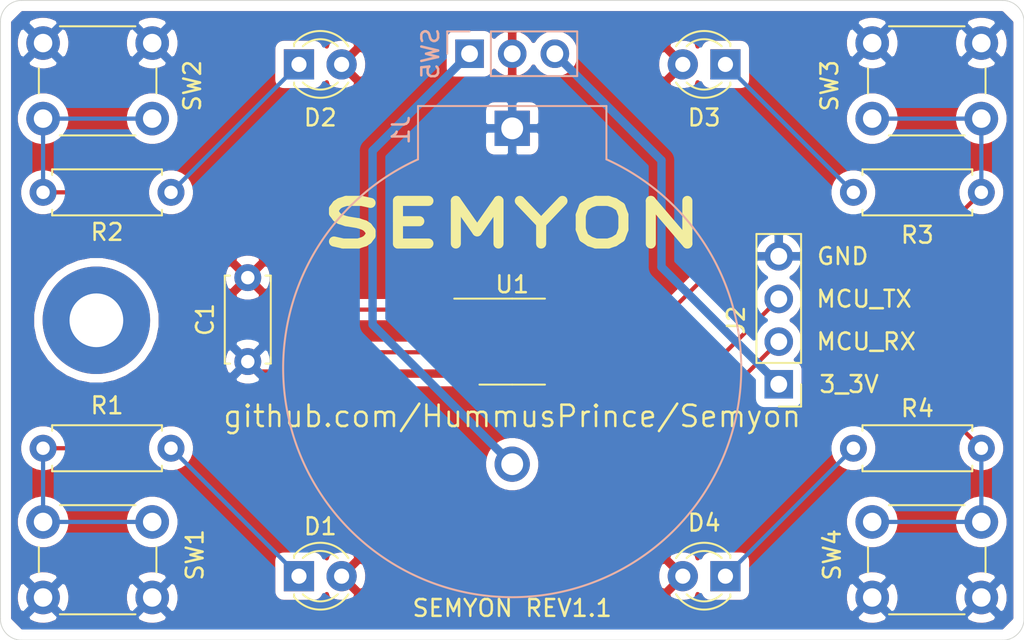
<source format=kicad_pcb>
(kicad_pcb (version 20171130) (host pcbnew 5.1.10)

  (general
    (thickness 1.6)
    (drawings 24)
    (tracks 55)
    (zones 0)
    (modules 18)
    (nets 15)
  )

  (page A4)
  (layers
    (0 F.Cu signal)
    (31 B.Cu signal)
    (32 B.Adhes user hide)
    (33 F.Adhes user hide)
    (34 B.Paste user hide)
    (35 F.Paste user hide)
    (36 B.SilkS user)
    (37 F.SilkS user)
    (38 B.Mask user hide)
    (39 F.Mask user hide)
    (40 Dwgs.User user hide)
    (41 Cmts.User user hide)
    (42 Eco1.User user hide)
    (43 Eco2.User user hide)
    (44 Edge.Cuts user)
    (45 Margin user hide)
    (46 B.CrtYd user hide)
    (47 F.CrtYd user hide)
    (48 B.Fab user hide)
    (49 F.Fab user hide)
  )

  (setup
    (last_trace_width 0.25)
    (trace_clearance 0.2)
    (zone_clearance 0.508)
    (zone_45_only no)
    (trace_min 0.2)
    (via_size 0.8)
    (via_drill 0.4)
    (via_min_size 0.4)
    (via_min_drill 0.3)
    (uvia_size 0.3)
    (uvia_drill 0.1)
    (uvias_allowed no)
    (uvia_min_size 0.2)
    (uvia_min_drill 0.1)
    (edge_width 0.05)
    (segment_width 0.2)
    (pcb_text_width 0.3)
    (pcb_text_size 1.5 1.5)
    (mod_edge_width 0.12)
    (mod_text_size 1 1)
    (mod_text_width 0.15)
    (pad_size 1.524 1.524)
    (pad_drill 0.762)
    (pad_to_mask_clearance 0)
    (aux_axis_origin 0 0)
    (visible_elements FFFDFF7F)
    (pcbplotparams
      (layerselection 0x010fc_ffffffff)
      (usegerberextensions false)
      (usegerberattributes true)
      (usegerberadvancedattributes true)
      (creategerberjobfile false)
      (excludeedgelayer true)
      (linewidth 0.100000)
      (plotframeref false)
      (viasonmask false)
      (mode 1)
      (useauxorigin false)
      (hpglpennumber 1)
      (hpglpenspeed 20)
      (hpglpendiameter 15.000000)
      (psnegative false)
      (psa4output false)
      (plotreference true)
      (plotvalue true)
      (plotinvisibletext false)
      (padsonsilk false)
      (subtractmaskfromsilk false)
      (outputformat 1)
      (mirror false)
      (drillshape 0)
      (scaleselection 1)
      (outputdirectory "grb/"))
  )

  (net 0 "")
  (net 1 "Net-(C1-Pad1)")
  (net 2 GND)
  (net 3 "Net-(D1-Pad1)")
  (net 4 "Net-(D2-Pad1)")
  (net 5 "Net-(D3-Pad1)")
  (net 6 "Net-(D4-Pad1)")
  (net 7 "Net-(J1-Pad2)")
  (net 8 "Net-(J2-Pad1)")
  (net 9 "Net-(J2-Pad2)")
  (net 10 "Net-(J2-Pad3)")
  (net 11 "Net-(R1-Pad2)")
  (net 12 "Net-(R2-Pad2)")
  (net 13 "Net-(R3-Pad2)")
  (net 14 "Net-(R4-Pad2)")

  (net_class Default "This is the default net class."
    (clearance 0.2)
    (trace_width 0.25)
    (via_dia 0.8)
    (via_drill 0.4)
    (uvia_dia 0.3)
    (uvia_drill 0.1)
    (add_net "Net-(D1-Pad1)")
    (add_net "Net-(D2-Pad1)")
    (add_net "Net-(D3-Pad1)")
    (add_net "Net-(D4-Pad1)")
    (add_net "Net-(J2-Pad2)")
    (add_net "Net-(J2-Pad3)")
    (add_net "Net-(R1-Pad2)")
    (add_net "Net-(R2-Pad2)")
    (add_net "Net-(R3-Pad2)")
    (add_net "Net-(R4-Pad2)")
  )

  (net_class Power ""
    (clearance 0.4)
    (trace_width 0.5)
    (via_dia 0.8)
    (via_drill 0.4)
    (uvia_dia 0.3)
    (uvia_drill 0.1)
    (add_net GND)
    (add_net "Net-(C1-Pad1)")
    (add_net "Net-(J1-Pad2)")
    (add_net "Net-(J2-Pad1)")
  )

  (module MountingHole:MountingHole_3.2mm_M3_Pad (layer F.Cu) (tedit 56D1B4CB) (tstamp 614655DA)
    (at 112.395 92.71)
    (descr "Mounting Hole 3.2mm, M3")
    (tags "mounting hole 3.2mm m3")
    (attr virtual)
    (fp_text reference REF** (at 0 -4.2) (layer F.SilkS) hide
      (effects (font (size 1 1) (thickness 0.15)))
    )
    (fp_text value MountingHole_3.2mm_M3_Pad (at 0 4.2) (layer F.Fab) hide
      (effects (font (size 1 1) (thickness 0.15)))
    )
    (fp_circle (center 0 0) (end 3.2 0) (layer Cmts.User) (width 0.15))
    (fp_circle (center 0 0) (end 3.45 0) (layer F.CrtYd) (width 0.05))
    (fp_text user %R (at 0.3 0) (layer F.Fab) hide
      (effects (font (size 1 1) (thickness 0.15)))
    )
    (pad 1 thru_hole circle (at 0 0) (size 6.4 6.4) (drill 3.2) (layers *.Cu *.Mask))
  )

  (module Battery:BatteryHolder_ComfortableElectronic_CH273-2450_1x2450 (layer B.Cu) (tedit 5CBC45F7) (tstamp 61B8FA27)
    (at 137.16 81.28 270)
    (descr "Comfortable Electronic CR2450 battery holder, http://www.comf.com.tw/ProductDetail.asp?no=148")
    (tags "Comfortable Electronic CR2450")
    (path /61285862)
    (fp_text reference J1 (at 0.1 6.62 270) (layer B.SilkS)
      (effects (font (size 1 1) (thickness 0.15)) (justify mirror))
    )
    (fp_text value "CR2032 Holder" (at 13.47 -2.54 270) (layer B.Fab)
      (effects (font (size 1 1) (thickness 0.15)) (justify mirror))
    )
    (fp_line (start -1.22 5.5) (end 1.95 5.5) (layer B.Fab) (width 0.1))
    (fp_line (start -1.22 -5.5) (end -1.22 5.5) (layer B.Fab) (width 0.1))
    (fp_line (start 1.95 -5.5) (end -1.22 -5.5) (layer B.Fab) (width 0.1))
    (fp_line (start -1.47 5.75) (end 1.77 5.75) (layer B.CrtYd) (width 0.05))
    (fp_line (start -1.47 -5.75) (end -1.47 5.75) (layer B.CrtYd) (width 0.05))
    (fp_line (start 1.77 -5.75) (end -1.47 -5.75) (layer B.CrtYd) (width 0.05))
    (fp_line (start -1.33 5.61) (end 1.845 5.61) (layer B.SilkS) (width 0.12))
    (fp_line (start -1.33 -5.61) (end -1.33 5.61) (layer B.SilkS) (width 0.12))
    (fp_line (start 1.845 -5.61) (end -1.33 -5.61) (layer B.SilkS) (width 0.12))
    (fp_arc (start 14.28 0) (end 1.77 5.75) (angle -310.6299215) (layer B.CrtYd) (width 0.05))
    (fp_arc (start 14.28 0) (end 1.845 5.61) (angle -311.4353527) (layer B.SilkS) (width 0.12))
    (fp_arc (start 14.28 0) (end 1.95 5.5) (angle -311.9199008) (layer B.Fab) (width 0.1))
    (fp_text user %R (at 14 0 270) (layer B.Fab)
      (effects (font (size 1 1) (thickness 0.1)) (justify mirror))
    )
    (pad 2 thru_hole circle (at 20 0) (size 2.1 2.1) (drill 1.3) (layers *.Cu *.Mask)
      (net 7 "Net-(J1-Pad2)"))
    (pad 1 thru_hole rect (at 0 0) (size 2.1 2.1) (drill 1.3) (layers *.Cu *.Mask)
      (net 2 GND))
    (model ${KISYS3DMOD}/Battery.3dshapes/BatteryHolder_ComfortableElectronic_CH273-2450_1x2450.wrl
      (at (xyz 0 0 0))
      (scale (xyz 1 1 1))
      (rotate (xyz 0 0 0))
    )
  )

  (module Capacitor_THT:C_Disc_D5.0mm_W2.5mm_P5.00mm (layer F.Cu) (tedit 5AE50EF0) (tstamp 6133DB78)
    (at 121.412 90.17 270)
    (descr "C, Disc series, Radial, pin pitch=5.00mm, , diameter*width=5*2.5mm^2, Capacitor, http://cdn-reichelt.de/documents/datenblatt/B300/DS_KERKO_TC.pdf")
    (tags "C Disc series Radial pin pitch 5.00mm  diameter 5mm width 2.5mm Capacitor")
    (path /61225A35)
    (fp_text reference C1 (at 2.5 2.54 90) (layer F.SilkS)
      (effects (font (size 1 1) (thickness 0.15)))
    )
    (fp_text value 1u (at 2.5 2.5 90) (layer F.Fab)
      (effects (font (size 1 1) (thickness 0.15)))
    )
    (fp_line (start 6.05 -1.5) (end -1.05 -1.5) (layer F.CrtYd) (width 0.05))
    (fp_line (start 6.05 1.5) (end 6.05 -1.5) (layer F.CrtYd) (width 0.05))
    (fp_line (start -1.05 1.5) (end 6.05 1.5) (layer F.CrtYd) (width 0.05))
    (fp_line (start -1.05 -1.5) (end -1.05 1.5) (layer F.CrtYd) (width 0.05))
    (fp_line (start 5.12 1.055) (end 5.12 1.37) (layer F.SilkS) (width 0.12))
    (fp_line (start 5.12 -1.37) (end 5.12 -1.055) (layer F.SilkS) (width 0.12))
    (fp_line (start -0.12 1.055) (end -0.12 1.37) (layer F.SilkS) (width 0.12))
    (fp_line (start -0.12 -1.37) (end -0.12 -1.055) (layer F.SilkS) (width 0.12))
    (fp_line (start -0.12 1.37) (end 5.12 1.37) (layer F.SilkS) (width 0.12))
    (fp_line (start -0.12 -1.37) (end 5.12 -1.37) (layer F.SilkS) (width 0.12))
    (fp_line (start 5 -1.25) (end 0 -1.25) (layer F.Fab) (width 0.1))
    (fp_line (start 5 1.25) (end 5 -1.25) (layer F.Fab) (width 0.1))
    (fp_line (start 0 1.25) (end 5 1.25) (layer F.Fab) (width 0.1))
    (fp_line (start 0 -1.25) (end 0 1.25) (layer F.Fab) (width 0.1))
    (fp_text user %R (at 2.5 0 90) (layer F.Fab)
      (effects (font (size 1 1) (thickness 0.15)))
    )
    (pad 1 thru_hole circle (at 0 0 270) (size 1.6 1.6) (drill 0.8) (layers *.Cu *.Mask)
      (net 1 "Net-(C1-Pad1)"))
    (pad 2 thru_hole circle (at 5 0 270) (size 1.6 1.6) (drill 0.8) (layers *.Cu *.Mask)
      (net 2 GND))
    (model ${KISYS3DMOD}/Capacitor_THT.3dshapes/C_Disc_D5.0mm_W2.5mm_P5.00mm.wrl
      (at (xyz 0 0 0))
      (scale (xyz 1 1 1))
      (rotate (xyz 0 0 0))
    )
  )

  (module LED_THT:LED_D3.0mm (layer F.Cu) (tedit 587A3A7B) (tstamp 612568A0)
    (at 124.46 107.95)
    (descr "LED, diameter 3.0mm, 2 pins")
    (tags "LED diameter 3.0mm 2 pins")
    (path /61221677)
    (fp_text reference D1 (at 1.27 -2.96) (layer F.SilkS)
      (effects (font (size 1 1) (thickness 0.15)))
    )
    (fp_text value RED (at 1.27 2.96) (layer F.Fab)
      (effects (font (size 1 1) (thickness 0.15)))
    )
    (fp_circle (center 1.27 0) (end 2.77 0) (layer F.Fab) (width 0.1))
    (fp_line (start -0.23 -1.16619) (end -0.23 1.16619) (layer F.Fab) (width 0.1))
    (fp_line (start -0.29 -1.236) (end -0.29 -1.08) (layer F.SilkS) (width 0.12))
    (fp_line (start -0.29 1.08) (end -0.29 1.236) (layer F.SilkS) (width 0.12))
    (fp_line (start -1.15 -2.25) (end -1.15 2.25) (layer F.CrtYd) (width 0.05))
    (fp_line (start -1.15 2.25) (end 3.7 2.25) (layer F.CrtYd) (width 0.05))
    (fp_line (start 3.7 2.25) (end 3.7 -2.25) (layer F.CrtYd) (width 0.05))
    (fp_line (start 3.7 -2.25) (end -1.15 -2.25) (layer F.CrtYd) (width 0.05))
    (fp_arc (start 1.27 0) (end 0.229039 1.08) (angle -87.9) (layer F.SilkS) (width 0.12))
    (fp_arc (start 1.27 0) (end 0.229039 -1.08) (angle 87.9) (layer F.SilkS) (width 0.12))
    (fp_arc (start 1.27 0) (end -0.29 1.235516) (angle -108.8) (layer F.SilkS) (width 0.12))
    (fp_arc (start 1.27 0) (end -0.29 -1.235516) (angle 108.8) (layer F.SilkS) (width 0.12))
    (fp_arc (start 1.27 0) (end -0.23 -1.16619) (angle 284.3) (layer F.Fab) (width 0.1))
    (pad 2 thru_hole circle (at 2.54 0) (size 1.8 1.8) (drill 0.9) (layers *.Cu *.Mask)
      (net 1 "Net-(C1-Pad1)"))
    (pad 1 thru_hole rect (at 0 0) (size 1.8 1.8) (drill 0.9) (layers *.Cu *.Mask)
      (net 3 "Net-(D1-Pad1)"))
    (model ${KISYS3DMOD}/LED_THT.3dshapes/LED_D3.0mm.wrl
      (at (xyz 0 0 0))
      (scale (xyz 1 1 1))
      (rotate (xyz 0 0 0))
    )
  )

  (module LED_THT:LED_D3.0mm (layer F.Cu) (tedit 587A3A7B) (tstamp 612568B3)
    (at 124.46 77.47)
    (descr "LED, diameter 3.0mm, 2 pins")
    (tags "LED diameter 3.0mm 2 pins")
    (path /612204AD)
    (fp_text reference D2 (at 1.27 3.175) (layer F.SilkS)
      (effects (font (size 1 1) (thickness 0.15)))
    )
    (fp_text value YELLOW (at 1.27 2.96) (layer F.Fab)
      (effects (font (size 1 1) (thickness 0.15)))
    )
    (fp_line (start 3.7 -2.25) (end -1.15 -2.25) (layer F.CrtYd) (width 0.05))
    (fp_line (start 3.7 2.25) (end 3.7 -2.25) (layer F.CrtYd) (width 0.05))
    (fp_line (start -1.15 2.25) (end 3.7 2.25) (layer F.CrtYd) (width 0.05))
    (fp_line (start -1.15 -2.25) (end -1.15 2.25) (layer F.CrtYd) (width 0.05))
    (fp_line (start -0.29 1.08) (end -0.29 1.236) (layer F.SilkS) (width 0.12))
    (fp_line (start -0.29 -1.236) (end -0.29 -1.08) (layer F.SilkS) (width 0.12))
    (fp_line (start -0.23 -1.16619) (end -0.23 1.16619) (layer F.Fab) (width 0.1))
    (fp_circle (center 1.27 0) (end 2.77 0) (layer F.Fab) (width 0.1))
    (fp_arc (start 1.27 0) (end -0.23 -1.16619) (angle 284.3) (layer F.Fab) (width 0.1))
    (fp_arc (start 1.27 0) (end -0.29 -1.235516) (angle 108.8) (layer F.SilkS) (width 0.12))
    (fp_arc (start 1.27 0) (end -0.29 1.235516) (angle -108.8) (layer F.SilkS) (width 0.12))
    (fp_arc (start 1.27 0) (end 0.229039 -1.08) (angle 87.9) (layer F.SilkS) (width 0.12))
    (fp_arc (start 1.27 0) (end 0.229039 1.08) (angle -87.9) (layer F.SilkS) (width 0.12))
    (pad 1 thru_hole rect (at 0 0) (size 1.8 1.8) (drill 0.9) (layers *.Cu *.Mask)
      (net 4 "Net-(D2-Pad1)"))
    (pad 2 thru_hole circle (at 2.54 0) (size 1.8 1.8) (drill 0.9) (layers *.Cu *.Mask)
      (net 1 "Net-(C1-Pad1)"))
    (model ${KISYS3DMOD}/LED_THT.3dshapes/LED_D3.0mm.wrl
      (at (xyz 0 0 0))
      (scale (xyz 1 1 1))
      (rotate (xyz 0 0 0))
    )
  )

  (module LED_THT:LED_D3.0mm (layer F.Cu) (tedit 587A3A7B) (tstamp 612568C6)
    (at 149.86 77.47 180)
    (descr "LED, diameter 3.0mm, 2 pins")
    (tags "LED diameter 3.0mm 2 pins")
    (path /6120F277)
    (fp_text reference D3 (at 1.27 -3.175) (layer F.SilkS)
      (effects (font (size 1 1) (thickness 0.15)))
    )
    (fp_text value BLUE (at 1.27 2.96) (layer F.Fab)
      (effects (font (size 1 1) (thickness 0.15)))
    )
    (fp_line (start 3.7 -2.25) (end -1.15 -2.25) (layer F.CrtYd) (width 0.05))
    (fp_line (start 3.7 2.25) (end 3.7 -2.25) (layer F.CrtYd) (width 0.05))
    (fp_line (start -1.15 2.25) (end 3.7 2.25) (layer F.CrtYd) (width 0.05))
    (fp_line (start -1.15 -2.25) (end -1.15 2.25) (layer F.CrtYd) (width 0.05))
    (fp_line (start -0.29 1.08) (end -0.29 1.236) (layer F.SilkS) (width 0.12))
    (fp_line (start -0.29 -1.236) (end -0.29 -1.08) (layer F.SilkS) (width 0.12))
    (fp_line (start -0.23 -1.16619) (end -0.23 1.16619) (layer F.Fab) (width 0.1))
    (fp_circle (center 1.27 0) (end 2.77 0) (layer F.Fab) (width 0.1))
    (fp_arc (start 1.27 0) (end -0.23 -1.16619) (angle 284.3) (layer F.Fab) (width 0.1))
    (fp_arc (start 1.27 0) (end -0.29 -1.235516) (angle 108.8) (layer F.SilkS) (width 0.12))
    (fp_arc (start 1.27 0) (end -0.29 1.235516) (angle -108.8) (layer F.SilkS) (width 0.12))
    (fp_arc (start 1.27 0) (end 0.229039 -1.08) (angle 87.9) (layer F.SilkS) (width 0.12))
    (fp_arc (start 1.27 0) (end 0.229039 1.08) (angle -87.9) (layer F.SilkS) (width 0.12))
    (pad 1 thru_hole rect (at 0 0 180) (size 1.8 1.8) (drill 0.9) (layers *.Cu *.Mask)
      (net 5 "Net-(D3-Pad1)"))
    (pad 2 thru_hole circle (at 2.54 0 180) (size 1.8 1.8) (drill 0.9) (layers *.Cu *.Mask)
      (net 1 "Net-(C1-Pad1)"))
    (model ${KISYS3DMOD}/LED_THT.3dshapes/LED_D3.0mm.wrl
      (at (xyz 0 0 0))
      (scale (xyz 1 1 1))
      (rotate (xyz 0 0 0))
    )
  )

  (module LED_THT:LED_D3.0mm (layer F.Cu) (tedit 587A3A7B) (tstamp 612568D9)
    (at 149.86 107.95 180)
    (descr "LED, diameter 3.0mm, 2 pins")
    (tags "LED diameter 3.0mm 2 pins")
    (path /612171C8)
    (fp_text reference D4 (at 1.27 3.175) (layer F.SilkS)
      (effects (font (size 1 1) (thickness 0.15)))
    )
    (fp_text value GREEN (at 1.27 2.96) (layer F.Fab)
      (effects (font (size 1 1) (thickness 0.15)))
    )
    (fp_circle (center 1.27 0) (end 2.77 0) (layer F.Fab) (width 0.1))
    (fp_line (start -0.23 -1.16619) (end -0.23 1.16619) (layer F.Fab) (width 0.1))
    (fp_line (start -0.29 -1.236) (end -0.29 -1.08) (layer F.SilkS) (width 0.12))
    (fp_line (start -0.29 1.08) (end -0.29 1.236) (layer F.SilkS) (width 0.12))
    (fp_line (start -1.15 -2.25) (end -1.15 2.25) (layer F.CrtYd) (width 0.05))
    (fp_line (start -1.15 2.25) (end 3.7 2.25) (layer F.CrtYd) (width 0.05))
    (fp_line (start 3.7 2.25) (end 3.7 -2.25) (layer F.CrtYd) (width 0.05))
    (fp_line (start 3.7 -2.25) (end -1.15 -2.25) (layer F.CrtYd) (width 0.05))
    (fp_arc (start 1.27 0) (end 0.229039 1.08) (angle -87.9) (layer F.SilkS) (width 0.12))
    (fp_arc (start 1.27 0) (end 0.229039 -1.08) (angle 87.9) (layer F.SilkS) (width 0.12))
    (fp_arc (start 1.27 0) (end -0.29 1.235516) (angle -108.8) (layer F.SilkS) (width 0.12))
    (fp_arc (start 1.27 0) (end -0.29 -1.235516) (angle 108.8) (layer F.SilkS) (width 0.12))
    (fp_arc (start 1.27 0) (end -0.23 -1.16619) (angle 284.3) (layer F.Fab) (width 0.1))
    (pad 2 thru_hole circle (at 2.54 0 180) (size 1.8 1.8) (drill 0.9) (layers *.Cu *.Mask)
      (net 1 "Net-(C1-Pad1)"))
    (pad 1 thru_hole rect (at 0 0 180) (size 1.8 1.8) (drill 0.9) (layers *.Cu *.Mask)
      (net 6 "Net-(D4-Pad1)"))
    (model ${KISYS3DMOD}/LED_THT.3dshapes/LED_D3.0mm.wrl
      (at (xyz 0 0 0))
      (scale (xyz 1 1 1))
      (rotate (xyz 0 0 0))
    )
  )

  (module Connector_PinHeader_2.54mm:PinHeader_1x04_P2.54mm_Vertical (layer F.Cu) (tedit 59FED5CC) (tstamp 61B3DAE1)
    (at 153.035 96.52 180)
    (descr "Through hole straight pin header, 1x04, 2.54mm pitch, single row")
    (tags "Through hole pin header THT 1x04 2.54mm single row")
    (path /612762AF)
    (fp_text reference J2 (at 2.54 3.81 90) (layer F.SilkS)
      (effects (font (size 1 1) (thickness 0.15)))
    )
    (fp_text value Conn_01x04 (at 0 9.95) (layer F.Fab)
      (effects (font (size 1 1) (thickness 0.15)))
    )
    (fp_line (start 1.8 -1.8) (end -1.8 -1.8) (layer F.CrtYd) (width 0.05))
    (fp_line (start 1.8 9.4) (end 1.8 -1.8) (layer F.CrtYd) (width 0.05))
    (fp_line (start -1.8 9.4) (end 1.8 9.4) (layer F.CrtYd) (width 0.05))
    (fp_line (start -1.8 -1.8) (end -1.8 9.4) (layer F.CrtYd) (width 0.05))
    (fp_line (start -1.33 -1.33) (end 0 -1.33) (layer F.SilkS) (width 0.12))
    (fp_line (start -1.33 0) (end -1.33 -1.33) (layer F.SilkS) (width 0.12))
    (fp_line (start -1.33 1.27) (end 1.33 1.27) (layer F.SilkS) (width 0.12))
    (fp_line (start 1.33 1.27) (end 1.33 8.95) (layer F.SilkS) (width 0.12))
    (fp_line (start -1.33 1.27) (end -1.33 8.95) (layer F.SilkS) (width 0.12))
    (fp_line (start -1.33 8.95) (end 1.33 8.95) (layer F.SilkS) (width 0.12))
    (fp_line (start -1.27 -0.635) (end -0.635 -1.27) (layer F.Fab) (width 0.1))
    (fp_line (start -1.27 8.89) (end -1.27 -0.635) (layer F.Fab) (width 0.1))
    (fp_line (start 1.27 8.89) (end -1.27 8.89) (layer F.Fab) (width 0.1))
    (fp_line (start 1.27 -1.27) (end 1.27 8.89) (layer F.Fab) (width 0.1))
    (fp_line (start -0.635 -1.27) (end 1.27 -1.27) (layer F.Fab) (width 0.1))
    (fp_text user %R (at 0 3.81 90) (layer F.Fab)
      (effects (font (size 1 1) (thickness 0.15)))
    )
    (pad 1 thru_hole rect (at 0 0 180) (size 1.7 1.7) (drill 1) (layers *.Cu *.Mask)
      (net 8 "Net-(J2-Pad1)"))
    (pad 2 thru_hole oval (at 0 2.54 180) (size 1.7 1.7) (drill 1) (layers *.Cu *.Mask)
      (net 9 "Net-(J2-Pad2)"))
    (pad 3 thru_hole oval (at 0 5.08 180) (size 1.7 1.7) (drill 1) (layers *.Cu *.Mask)
      (net 10 "Net-(J2-Pad3)"))
    (pad 4 thru_hole oval (at 0 7.62 180) (size 1.7 1.7) (drill 1) (layers *.Cu *.Mask)
      (net 2 GND))
    (model ${KISYS3DMOD}/Connector_PinHeader_2.54mm.3dshapes/PinHeader_1x04_P2.54mm_Vertical.wrl
      (at (xyz 0 0 0))
      (scale (xyz 1 1 1))
      (rotate (xyz 0 0 0))
    )
  )

  (module Resistor_THT:R_Axial_DIN0207_L6.3mm_D2.5mm_P7.62mm_Horizontal (layer F.Cu) (tedit 5AE5139B) (tstamp 6125691B)
    (at 116.84 100.33 180)
    (descr "Resistor, Axial_DIN0207 series, Axial, Horizontal, pin pitch=7.62mm, 0.25W = 1/4W, length*diameter=6.3*2.5mm^2, http://cdn-reichelt.de/documents/datenblatt/B400/1_4W%23YAG.pdf")
    (tags "Resistor Axial_DIN0207 series Axial Horizontal pin pitch 7.62mm 0.25W = 1/4W length 6.3mm diameter 2.5mm")
    (path /61221662)
    (fp_text reference R1 (at 3.81 2.54) (layer F.SilkS)
      (effects (font (size 1 1) (thickness 0.15)))
    )
    (fp_text value 2k (at 3.81 2.37) (layer F.Fab)
      (effects (font (size 1 1) (thickness 0.15)))
    )
    (fp_line (start 0.66 -1.25) (end 0.66 1.25) (layer F.Fab) (width 0.1))
    (fp_line (start 0.66 1.25) (end 6.96 1.25) (layer F.Fab) (width 0.1))
    (fp_line (start 6.96 1.25) (end 6.96 -1.25) (layer F.Fab) (width 0.1))
    (fp_line (start 6.96 -1.25) (end 0.66 -1.25) (layer F.Fab) (width 0.1))
    (fp_line (start 0 0) (end 0.66 0) (layer F.Fab) (width 0.1))
    (fp_line (start 7.62 0) (end 6.96 0) (layer F.Fab) (width 0.1))
    (fp_line (start 0.54 -1.04) (end 0.54 -1.37) (layer F.SilkS) (width 0.12))
    (fp_line (start 0.54 -1.37) (end 7.08 -1.37) (layer F.SilkS) (width 0.12))
    (fp_line (start 7.08 -1.37) (end 7.08 -1.04) (layer F.SilkS) (width 0.12))
    (fp_line (start 0.54 1.04) (end 0.54 1.37) (layer F.SilkS) (width 0.12))
    (fp_line (start 0.54 1.37) (end 7.08 1.37) (layer F.SilkS) (width 0.12))
    (fp_line (start 7.08 1.37) (end 7.08 1.04) (layer F.SilkS) (width 0.12))
    (fp_line (start -1.05 -1.5) (end -1.05 1.5) (layer F.CrtYd) (width 0.05))
    (fp_line (start -1.05 1.5) (end 8.67 1.5) (layer F.CrtYd) (width 0.05))
    (fp_line (start 8.67 1.5) (end 8.67 -1.5) (layer F.CrtYd) (width 0.05))
    (fp_line (start 8.67 -1.5) (end -1.05 -1.5) (layer F.CrtYd) (width 0.05))
    (fp_text user %R (at 3.81 0) (layer F.Fab)
      (effects (font (size 1 1) (thickness 0.15)))
    )
    (pad 2 thru_hole oval (at 7.62 0 180) (size 1.6 1.6) (drill 0.8) (layers *.Cu *.Mask)
      (net 11 "Net-(R1-Pad2)"))
    (pad 1 thru_hole circle (at 0 0 180) (size 1.6 1.6) (drill 0.8) (layers *.Cu *.Mask)
      (net 3 "Net-(D1-Pad1)"))
    (model ${KISYS3DMOD}/Resistor_THT.3dshapes/R_Axial_DIN0207_L6.3mm_D2.5mm_P7.62mm_Horizontal.wrl
      (at (xyz 0 0 0))
      (scale (xyz 1 1 1))
      (rotate (xyz 0 0 0))
    )
  )

  (module Resistor_THT:R_Axial_DIN0207_L6.3mm_D2.5mm_P7.62mm_Horizontal (layer F.Cu) (tedit 5AE5139B) (tstamp 61256932)
    (at 116.84 85.09 180)
    (descr "Resistor, Axial_DIN0207 series, Axial, Horizontal, pin pitch=7.62mm, 0.25W = 1/4W, length*diameter=6.3*2.5mm^2, http://cdn-reichelt.de/documents/datenblatt/B400/1_4W%23YAG.pdf")
    (tags "Resistor Axial_DIN0207 series Axial Horizontal pin pitch 7.62mm 0.25W = 1/4W length 6.3mm diameter 2.5mm")
    (path /61220498)
    (fp_text reference R2 (at 3.81 -2.37) (layer F.SilkS)
      (effects (font (size 1 1) (thickness 0.15)))
    )
    (fp_text value 2k (at 3.81 2.37) (layer F.Fab)
      (effects (font (size 1 1) (thickness 0.15)))
    )
    (fp_line (start 8.67 -1.5) (end -1.05 -1.5) (layer F.CrtYd) (width 0.05))
    (fp_line (start 8.67 1.5) (end 8.67 -1.5) (layer F.CrtYd) (width 0.05))
    (fp_line (start -1.05 1.5) (end 8.67 1.5) (layer F.CrtYd) (width 0.05))
    (fp_line (start -1.05 -1.5) (end -1.05 1.5) (layer F.CrtYd) (width 0.05))
    (fp_line (start 7.08 1.37) (end 7.08 1.04) (layer F.SilkS) (width 0.12))
    (fp_line (start 0.54 1.37) (end 7.08 1.37) (layer F.SilkS) (width 0.12))
    (fp_line (start 0.54 1.04) (end 0.54 1.37) (layer F.SilkS) (width 0.12))
    (fp_line (start 7.08 -1.37) (end 7.08 -1.04) (layer F.SilkS) (width 0.12))
    (fp_line (start 0.54 -1.37) (end 7.08 -1.37) (layer F.SilkS) (width 0.12))
    (fp_line (start 0.54 -1.04) (end 0.54 -1.37) (layer F.SilkS) (width 0.12))
    (fp_line (start 7.62 0) (end 6.96 0) (layer F.Fab) (width 0.1))
    (fp_line (start 0 0) (end 0.66 0) (layer F.Fab) (width 0.1))
    (fp_line (start 6.96 -1.25) (end 0.66 -1.25) (layer F.Fab) (width 0.1))
    (fp_line (start 6.96 1.25) (end 6.96 -1.25) (layer F.Fab) (width 0.1))
    (fp_line (start 0.66 1.25) (end 6.96 1.25) (layer F.Fab) (width 0.1))
    (fp_line (start 0.66 -1.25) (end 0.66 1.25) (layer F.Fab) (width 0.1))
    (fp_text user %R (at 3.81 0) (layer F.Fab)
      (effects (font (size 1 1) (thickness 0.15)))
    )
    (pad 1 thru_hole circle (at 0 0 180) (size 1.6 1.6) (drill 0.8) (layers *.Cu *.Mask)
      (net 4 "Net-(D2-Pad1)"))
    (pad 2 thru_hole oval (at 7.62 0 180) (size 1.6 1.6) (drill 0.8) (layers *.Cu *.Mask)
      (net 12 "Net-(R2-Pad2)"))
    (model ${KISYS3DMOD}/Resistor_THT.3dshapes/R_Axial_DIN0207_L6.3mm_D2.5mm_P7.62mm_Horizontal.wrl
      (at (xyz 0 0 0))
      (scale (xyz 1 1 1))
      (rotate (xyz 0 0 0))
    )
  )

  (module Resistor_THT:R_Axial_DIN0207_L6.3mm_D2.5mm_P7.62mm_Horizontal (layer F.Cu) (tedit 5AE5139B) (tstamp 61256949)
    (at 157.48 85.09)
    (descr "Resistor, Axial_DIN0207 series, Axial, Horizontal, pin pitch=7.62mm, 0.25W = 1/4W, length*diameter=6.3*2.5mm^2, http://cdn-reichelt.de/documents/datenblatt/B400/1_4W%23YAG.pdf")
    (tags "Resistor Axial_DIN0207 series Axial Horizontal pin pitch 7.62mm 0.25W = 1/4W length 6.3mm diameter 2.5mm")
    (path /61207144)
    (fp_text reference R3 (at 3.81 2.54) (layer F.SilkS)
      (effects (font (size 1 1) (thickness 0.15)))
    )
    (fp_text value 1k (at 3.81 2.37) (layer F.Fab)
      (effects (font (size 1 1) (thickness 0.15)))
    )
    (fp_line (start 0.66 -1.25) (end 0.66 1.25) (layer F.Fab) (width 0.1))
    (fp_line (start 0.66 1.25) (end 6.96 1.25) (layer F.Fab) (width 0.1))
    (fp_line (start 6.96 1.25) (end 6.96 -1.25) (layer F.Fab) (width 0.1))
    (fp_line (start 6.96 -1.25) (end 0.66 -1.25) (layer F.Fab) (width 0.1))
    (fp_line (start 0 0) (end 0.66 0) (layer F.Fab) (width 0.1))
    (fp_line (start 7.62 0) (end 6.96 0) (layer F.Fab) (width 0.1))
    (fp_line (start 0.54 -1.04) (end 0.54 -1.37) (layer F.SilkS) (width 0.12))
    (fp_line (start 0.54 -1.37) (end 7.08 -1.37) (layer F.SilkS) (width 0.12))
    (fp_line (start 7.08 -1.37) (end 7.08 -1.04) (layer F.SilkS) (width 0.12))
    (fp_line (start 0.54 1.04) (end 0.54 1.37) (layer F.SilkS) (width 0.12))
    (fp_line (start 0.54 1.37) (end 7.08 1.37) (layer F.SilkS) (width 0.12))
    (fp_line (start 7.08 1.37) (end 7.08 1.04) (layer F.SilkS) (width 0.12))
    (fp_line (start -1.05 -1.5) (end -1.05 1.5) (layer F.CrtYd) (width 0.05))
    (fp_line (start -1.05 1.5) (end 8.67 1.5) (layer F.CrtYd) (width 0.05))
    (fp_line (start 8.67 1.5) (end 8.67 -1.5) (layer F.CrtYd) (width 0.05))
    (fp_line (start 8.67 -1.5) (end -1.05 -1.5) (layer F.CrtYd) (width 0.05))
    (fp_text user %R (at 3.81 0) (layer F.Fab)
      (effects (font (size 1 1) (thickness 0.15)))
    )
    (pad 2 thru_hole oval (at 7.62 0) (size 1.6 1.6) (drill 0.8) (layers *.Cu *.Mask)
      (net 13 "Net-(R3-Pad2)"))
    (pad 1 thru_hole circle (at 0 0) (size 1.6 1.6) (drill 0.8) (layers *.Cu *.Mask)
      (net 5 "Net-(D3-Pad1)"))
    (model ${KISYS3DMOD}/Resistor_THT.3dshapes/R_Axial_DIN0207_L6.3mm_D2.5mm_P7.62mm_Horizontal.wrl
      (at (xyz 0 0 0))
      (scale (xyz 1 1 1))
      (rotate (xyz 0 0 0))
    )
  )

  (module Resistor_THT:R_Axial_DIN0207_L6.3mm_D2.5mm_P7.62mm_Horizontal (layer F.Cu) (tedit 5AE5139B) (tstamp 6133D64A)
    (at 157.48 100.33)
    (descr "Resistor, Axial_DIN0207 series, Axial, Horizontal, pin pitch=7.62mm, 0.25W = 1/4W, length*diameter=6.3*2.5mm^2, http://cdn-reichelt.de/documents/datenblatt/B400/1_4W%23YAG.pdf")
    (tags "Resistor Axial_DIN0207 series Axial Horizontal pin pitch 7.62mm 0.25W = 1/4W length 6.3mm diameter 2.5mm")
    (path /612171AE)
    (fp_text reference R4 (at 3.81 -2.37) (layer F.SilkS)
      (effects (font (size 1 1) (thickness 0.15)))
    )
    (fp_text value 1k (at 3.81 2.37) (layer F.Fab)
      (effects (font (size 1 1) (thickness 0.15)))
    )
    (fp_line (start 0.66 -1.25) (end 0.66 1.25) (layer F.Fab) (width 0.1))
    (fp_line (start 0.66 1.25) (end 6.96 1.25) (layer F.Fab) (width 0.1))
    (fp_line (start 6.96 1.25) (end 6.96 -1.25) (layer F.Fab) (width 0.1))
    (fp_line (start 6.96 -1.25) (end 0.66 -1.25) (layer F.Fab) (width 0.1))
    (fp_line (start 0 0) (end 0.66 0) (layer F.Fab) (width 0.1))
    (fp_line (start 7.62 0) (end 6.96 0) (layer F.Fab) (width 0.1))
    (fp_line (start 0.54 -1.04) (end 0.54 -1.37) (layer F.SilkS) (width 0.12))
    (fp_line (start 0.54 -1.37) (end 7.08 -1.37) (layer F.SilkS) (width 0.12))
    (fp_line (start 7.08 -1.37) (end 7.08 -1.04) (layer F.SilkS) (width 0.12))
    (fp_line (start 0.54 1.04) (end 0.54 1.37) (layer F.SilkS) (width 0.12))
    (fp_line (start 0.54 1.37) (end 7.08 1.37) (layer F.SilkS) (width 0.12))
    (fp_line (start 7.08 1.37) (end 7.08 1.04) (layer F.SilkS) (width 0.12))
    (fp_line (start -1.05 -1.5) (end -1.05 1.5) (layer F.CrtYd) (width 0.05))
    (fp_line (start -1.05 1.5) (end 8.67 1.5) (layer F.CrtYd) (width 0.05))
    (fp_line (start 8.67 1.5) (end 8.67 -1.5) (layer F.CrtYd) (width 0.05))
    (fp_line (start 8.67 -1.5) (end -1.05 -1.5) (layer F.CrtYd) (width 0.05))
    (fp_text user %R (at 3.81 0) (layer F.Fab)
      (effects (font (size 1 1) (thickness 0.15)))
    )
    (pad 2 thru_hole oval (at 7.62 0) (size 1.6 1.6) (drill 0.8) (layers *.Cu *.Mask)
      (net 14 "Net-(R4-Pad2)"))
    (pad 1 thru_hole circle (at 0 0) (size 1.6 1.6) (drill 0.8) (layers *.Cu *.Mask)
      (net 6 "Net-(D4-Pad1)"))
    (model ${KISYS3DMOD}/Resistor_THT.3dshapes/R_Axial_DIN0207_L6.3mm_D2.5mm_P7.62mm_Horizontal.wrl
      (at (xyz 0 0 0))
      (scale (xyz 1 1 1))
      (rotate (xyz 0 0 0))
    )
  )

  (module Button_Switch_THT:SW_PUSH_6mm (layer F.Cu) (tedit 5A02FE31) (tstamp 61B3E1FF)
    (at 115.72 109.22 180)
    (descr https://www.omron.com/ecb/products/pdf/en-b3f.pdf)
    (tags "tact sw push 6mm")
    (path /61221668)
    (fp_text reference SW1 (at -2.54 2.54 90) (layer F.SilkS)
      (effects (font (size 1 1) (thickness 0.15)))
    )
    (fp_text value SW_MEC_5E (at 3.75 6.7) (layer F.Fab)
      (effects (font (size 1 1) (thickness 0.15)))
    )
    (fp_line (start 3.25 -0.75) (end 6.25 -0.75) (layer F.Fab) (width 0.1))
    (fp_line (start 6.25 -0.75) (end 6.25 5.25) (layer F.Fab) (width 0.1))
    (fp_line (start 6.25 5.25) (end 0.25 5.25) (layer F.Fab) (width 0.1))
    (fp_line (start 0.25 5.25) (end 0.25 -0.75) (layer F.Fab) (width 0.1))
    (fp_line (start 0.25 -0.75) (end 3.25 -0.75) (layer F.Fab) (width 0.1))
    (fp_line (start 7.75 6) (end 8 6) (layer F.CrtYd) (width 0.05))
    (fp_line (start 8 6) (end 8 5.75) (layer F.CrtYd) (width 0.05))
    (fp_line (start 7.75 -1.5) (end 8 -1.5) (layer F.CrtYd) (width 0.05))
    (fp_line (start 8 -1.5) (end 8 -1.25) (layer F.CrtYd) (width 0.05))
    (fp_line (start -1.5 -1.25) (end -1.5 -1.5) (layer F.CrtYd) (width 0.05))
    (fp_line (start -1.5 -1.5) (end -1.25 -1.5) (layer F.CrtYd) (width 0.05))
    (fp_line (start -1.5 5.75) (end -1.5 6) (layer F.CrtYd) (width 0.05))
    (fp_line (start -1.5 6) (end -1.25 6) (layer F.CrtYd) (width 0.05))
    (fp_line (start -1.25 -1.5) (end 7.75 -1.5) (layer F.CrtYd) (width 0.05))
    (fp_line (start -1.5 5.75) (end -1.5 -1.25) (layer F.CrtYd) (width 0.05))
    (fp_line (start 7.75 6) (end -1.25 6) (layer F.CrtYd) (width 0.05))
    (fp_line (start 8 -1.25) (end 8 5.75) (layer F.CrtYd) (width 0.05))
    (fp_line (start 1 5.5) (end 5.5 5.5) (layer F.SilkS) (width 0.12))
    (fp_line (start -0.25 1.5) (end -0.25 3) (layer F.SilkS) (width 0.12))
    (fp_line (start 5.5 -1) (end 1 -1) (layer F.SilkS) (width 0.12))
    (fp_line (start 6.75 3) (end 6.75 1.5) (layer F.SilkS) (width 0.12))
    (fp_circle (center 3.25 2.25) (end 1.25 2.5) (layer F.Fab) (width 0.1))
    (fp_text user %R (at 3.25 2.25) (layer F.Fab)
      (effects (font (size 1 1) (thickness 0.15)))
    )
    (pad 1 thru_hole circle (at 6.5 0 270) (size 2 2) (drill 1.1) (layers *.Cu *.Mask)
      (net 2 GND))
    (pad 2 thru_hole circle (at 6.5 4.5 270) (size 2 2) (drill 1.1) (layers *.Cu *.Mask)
      (net 11 "Net-(R1-Pad2)"))
    (pad 1 thru_hole circle (at 0 0 270) (size 2 2) (drill 1.1) (layers *.Cu *.Mask)
      (net 2 GND))
    (pad 2 thru_hole circle (at 0 4.5 270) (size 2 2) (drill 1.1) (layers *.Cu *.Mask)
      (net 11 "Net-(R1-Pad2)"))
    (model ${KISYS3DMOD}/Button_Switch_THT.3dshapes/SW_PUSH_6mm.wrl
      (at (xyz 0 0 0))
      (scale (xyz 1 1 1))
      (rotate (xyz 0 0 0))
    )
  )

  (module Button_Switch_THT:SW_PUSH_6mm (layer F.Cu) (tedit 5A02FE31) (tstamp 612570C6)
    (at 109.22 76.2)
    (descr https://www.omron.com/ecb/products/pdf/en-b3f.pdf)
    (tags "tact sw push 6mm")
    (path /6122049E)
    (fp_text reference SW2 (at 8.89 2.54 90) (layer F.SilkS)
      (effects (font (size 1 1) (thickness 0.15)))
    )
    (fp_text value SW_MEC_5E (at 3.75 6.7) (layer F.Fab)
      (effects (font (size 1 1) (thickness 0.15)))
    )
    (fp_circle (center 3.25 2.25) (end 1.25 2.5) (layer F.Fab) (width 0.1))
    (fp_line (start 6.75 3) (end 6.75 1.5) (layer F.SilkS) (width 0.12))
    (fp_line (start 5.5 -1) (end 1 -1) (layer F.SilkS) (width 0.12))
    (fp_line (start -0.25 1.5) (end -0.25 3) (layer F.SilkS) (width 0.12))
    (fp_line (start 1 5.5) (end 5.5 5.5) (layer F.SilkS) (width 0.12))
    (fp_line (start 8 -1.25) (end 8 5.75) (layer F.CrtYd) (width 0.05))
    (fp_line (start 7.75 6) (end -1.25 6) (layer F.CrtYd) (width 0.05))
    (fp_line (start -1.5 5.75) (end -1.5 -1.25) (layer F.CrtYd) (width 0.05))
    (fp_line (start -1.25 -1.5) (end 7.75 -1.5) (layer F.CrtYd) (width 0.05))
    (fp_line (start -1.5 6) (end -1.25 6) (layer F.CrtYd) (width 0.05))
    (fp_line (start -1.5 5.75) (end -1.5 6) (layer F.CrtYd) (width 0.05))
    (fp_line (start -1.5 -1.5) (end -1.25 -1.5) (layer F.CrtYd) (width 0.05))
    (fp_line (start -1.5 -1.25) (end -1.5 -1.5) (layer F.CrtYd) (width 0.05))
    (fp_line (start 8 -1.5) (end 8 -1.25) (layer F.CrtYd) (width 0.05))
    (fp_line (start 7.75 -1.5) (end 8 -1.5) (layer F.CrtYd) (width 0.05))
    (fp_line (start 8 6) (end 8 5.75) (layer F.CrtYd) (width 0.05))
    (fp_line (start 7.75 6) (end 8 6) (layer F.CrtYd) (width 0.05))
    (fp_line (start 0.25 -0.75) (end 3.25 -0.75) (layer F.Fab) (width 0.1))
    (fp_line (start 0.25 5.25) (end 0.25 -0.75) (layer F.Fab) (width 0.1))
    (fp_line (start 6.25 5.25) (end 0.25 5.25) (layer F.Fab) (width 0.1))
    (fp_line (start 6.25 -0.75) (end 6.25 5.25) (layer F.Fab) (width 0.1))
    (fp_line (start 3.25 -0.75) (end 6.25 -0.75) (layer F.Fab) (width 0.1))
    (fp_text user %R (at 3.25 2.25) (layer F.Fab)
      (effects (font (size 1 1) (thickness 0.15)))
    )
    (pad 2 thru_hole circle (at 0 4.5 90) (size 2 2) (drill 1.1) (layers *.Cu *.Mask)
      (net 12 "Net-(R2-Pad2)"))
    (pad 1 thru_hole circle (at 0 0 90) (size 2 2) (drill 1.1) (layers *.Cu *.Mask)
      (net 2 GND))
    (pad 2 thru_hole circle (at 6.5 4.5 90) (size 2 2) (drill 1.1) (layers *.Cu *.Mask)
      (net 12 "Net-(R2-Pad2)"))
    (pad 1 thru_hole circle (at 6.5 0 90) (size 2 2) (drill 1.1) (layers *.Cu *.Mask)
      (net 2 GND))
    (model ${KISYS3DMOD}/Button_Switch_THT.3dshapes/SW_PUSH_6mm.wrl
      (at (xyz 0 0 0))
      (scale (xyz 1 1 1))
      (rotate (xyz 0 0 0))
    )
  )

  (module Button_Switch_THT:SW_PUSH_6mm (layer F.Cu) (tedit 5A02FE31) (tstamp 612569BD)
    (at 158.6 76.2)
    (descr https://www.omron.com/ecb/products/pdf/en-b3f.pdf)
    (tags "tact sw push 6mm")
    (path /61209506)
    (fp_text reference SW3 (at -2.54 2.54 90) (layer F.SilkS)
      (effects (font (size 1 1) (thickness 0.15)))
    )
    (fp_text value SW_MEC_5E (at 3.75 6.7) (layer F.Fab)
      (effects (font (size 1 1) (thickness 0.15)))
    )
    (fp_line (start 3.25 -0.75) (end 6.25 -0.75) (layer F.Fab) (width 0.1))
    (fp_line (start 6.25 -0.75) (end 6.25 5.25) (layer F.Fab) (width 0.1))
    (fp_line (start 6.25 5.25) (end 0.25 5.25) (layer F.Fab) (width 0.1))
    (fp_line (start 0.25 5.25) (end 0.25 -0.75) (layer F.Fab) (width 0.1))
    (fp_line (start 0.25 -0.75) (end 3.25 -0.75) (layer F.Fab) (width 0.1))
    (fp_line (start 7.75 6) (end 8 6) (layer F.CrtYd) (width 0.05))
    (fp_line (start 8 6) (end 8 5.75) (layer F.CrtYd) (width 0.05))
    (fp_line (start 7.75 -1.5) (end 8 -1.5) (layer F.CrtYd) (width 0.05))
    (fp_line (start 8 -1.5) (end 8 -1.25) (layer F.CrtYd) (width 0.05))
    (fp_line (start -1.5 -1.25) (end -1.5 -1.5) (layer F.CrtYd) (width 0.05))
    (fp_line (start -1.5 -1.5) (end -1.25 -1.5) (layer F.CrtYd) (width 0.05))
    (fp_line (start -1.5 5.75) (end -1.5 6) (layer F.CrtYd) (width 0.05))
    (fp_line (start -1.5 6) (end -1.25 6) (layer F.CrtYd) (width 0.05))
    (fp_line (start -1.25 -1.5) (end 7.75 -1.5) (layer F.CrtYd) (width 0.05))
    (fp_line (start -1.5 5.75) (end -1.5 -1.25) (layer F.CrtYd) (width 0.05))
    (fp_line (start 7.75 6) (end -1.25 6) (layer F.CrtYd) (width 0.05))
    (fp_line (start 8 -1.25) (end 8 5.75) (layer F.CrtYd) (width 0.05))
    (fp_line (start 1 5.5) (end 5.5 5.5) (layer F.SilkS) (width 0.12))
    (fp_line (start -0.25 1.5) (end -0.25 3) (layer F.SilkS) (width 0.12))
    (fp_line (start 5.5 -1) (end 1 -1) (layer F.SilkS) (width 0.12))
    (fp_line (start 6.75 3) (end 6.75 1.5) (layer F.SilkS) (width 0.12))
    (fp_circle (center 3.25 2.25) (end 1.25 2.5) (layer F.Fab) (width 0.1))
    (fp_text user %R (at 3.25 2.25) (layer F.Fab)
      (effects (font (size 1 1) (thickness 0.15)))
    )
    (pad 1 thru_hole circle (at 6.5 0 90) (size 2 2) (drill 1.1) (layers *.Cu *.Mask)
      (net 2 GND))
    (pad 2 thru_hole circle (at 6.5 4.5 90) (size 2 2) (drill 1.1) (layers *.Cu *.Mask)
      (net 13 "Net-(R3-Pad2)"))
    (pad 1 thru_hole circle (at 0 0 90) (size 2 2) (drill 1.1) (layers *.Cu *.Mask)
      (net 2 GND))
    (pad 2 thru_hole circle (at 0 4.5 90) (size 2 2) (drill 1.1) (layers *.Cu *.Mask)
      (net 13 "Net-(R3-Pad2)"))
    (model ${KISYS3DMOD}/Button_Switch_THT.3dshapes/SW_PUSH_6mm.wrl
      (at (xyz 0 0 0))
      (scale (xyz 1 1 1))
      (rotate (xyz 0 0 0))
    )
  )

  (module Button_Switch_THT:SW_PUSH_6mm (layer F.Cu) (tedit 5A02FE31) (tstamp 612569DC)
    (at 165.1 109.22 180)
    (descr https://www.omron.com/ecb/products/pdf/en-b3f.pdf)
    (tags "tact sw push 6mm")
    (path /612171B4)
    (fp_text reference SW4 (at 8.89 2.54 90) (layer F.SilkS)
      (effects (font (size 1 1) (thickness 0.15)))
    )
    (fp_text value SW_MEC_5E (at 3.75 6.7) (layer F.Fab)
      (effects (font (size 1 1) (thickness 0.15)))
    )
    (fp_circle (center 3.25 2.25) (end 1.25 2.5) (layer F.Fab) (width 0.1))
    (fp_line (start 6.75 3) (end 6.75 1.5) (layer F.SilkS) (width 0.12))
    (fp_line (start 5.5 -1) (end 1 -1) (layer F.SilkS) (width 0.12))
    (fp_line (start -0.25 1.5) (end -0.25 3) (layer F.SilkS) (width 0.12))
    (fp_line (start 1 5.5) (end 5.5 5.5) (layer F.SilkS) (width 0.12))
    (fp_line (start 8 -1.25) (end 8 5.75) (layer F.CrtYd) (width 0.05))
    (fp_line (start 7.75 6) (end -1.25 6) (layer F.CrtYd) (width 0.05))
    (fp_line (start -1.5 5.75) (end -1.5 -1.25) (layer F.CrtYd) (width 0.05))
    (fp_line (start -1.25 -1.5) (end 7.75 -1.5) (layer F.CrtYd) (width 0.05))
    (fp_line (start -1.5 6) (end -1.25 6) (layer F.CrtYd) (width 0.05))
    (fp_line (start -1.5 5.75) (end -1.5 6) (layer F.CrtYd) (width 0.05))
    (fp_line (start -1.5 -1.5) (end -1.25 -1.5) (layer F.CrtYd) (width 0.05))
    (fp_line (start -1.5 -1.25) (end -1.5 -1.5) (layer F.CrtYd) (width 0.05))
    (fp_line (start 8 -1.5) (end 8 -1.25) (layer F.CrtYd) (width 0.05))
    (fp_line (start 7.75 -1.5) (end 8 -1.5) (layer F.CrtYd) (width 0.05))
    (fp_line (start 8 6) (end 8 5.75) (layer F.CrtYd) (width 0.05))
    (fp_line (start 7.75 6) (end 8 6) (layer F.CrtYd) (width 0.05))
    (fp_line (start 0.25 -0.75) (end 3.25 -0.75) (layer F.Fab) (width 0.1))
    (fp_line (start 0.25 5.25) (end 0.25 -0.75) (layer F.Fab) (width 0.1))
    (fp_line (start 6.25 5.25) (end 0.25 5.25) (layer F.Fab) (width 0.1))
    (fp_line (start 6.25 -0.75) (end 6.25 5.25) (layer F.Fab) (width 0.1))
    (fp_line (start 3.25 -0.75) (end 6.25 -0.75) (layer F.Fab) (width 0.1))
    (fp_text user %R (at 3.25 2.25) (layer F.Fab)
      (effects (font (size 1 1) (thickness 0.15)))
    )
    (pad 2 thru_hole circle (at 0 4.5 270) (size 2 2) (drill 1.1) (layers *.Cu *.Mask)
      (net 14 "Net-(R4-Pad2)"))
    (pad 1 thru_hole circle (at 0 0 270) (size 2 2) (drill 1.1) (layers *.Cu *.Mask)
      (net 2 GND))
    (pad 2 thru_hole circle (at 6.5 4.5 270) (size 2 2) (drill 1.1) (layers *.Cu *.Mask)
      (net 14 "Net-(R4-Pad2)"))
    (pad 1 thru_hole circle (at 6.5 0 270) (size 2 2) (drill 1.1) (layers *.Cu *.Mask)
      (net 2 GND))
    (model ${KISYS3DMOD}/Button_Switch_THT.3dshapes/SW_PUSH_6mm.wrl
      (at (xyz 0 0 0))
      (scale (xyz 1 1 1))
      (rotate (xyz 0 0 0))
    )
  )

  (module Connector_PinHeader_2.54mm:PinHeader_1x03_P2.54mm_Vertical (layer B.Cu) (tedit 59FED5CC) (tstamp 612A61BF)
    (at 134.62 76.835 270)
    (descr "Through hole straight pin header, 1x03, 2.54mm pitch, single row")
    (tags "Through hole pin header THT 1x03 2.54mm single row")
    (path /612541BF)
    (fp_text reference SW5 (at 0 2.33 270) (layer B.SilkS)
      (effects (font (size 1 1) (thickness 0.15)) (justify mirror))
    )
    (fp_text value SW_SPDT (at 0 -7.41 270) (layer B.Fab)
      (effects (font (size 1 1) (thickness 0.15)) (justify mirror))
    )
    (fp_line (start -0.635 1.27) (end 1.27 1.27) (layer B.Fab) (width 0.1))
    (fp_line (start 1.27 1.27) (end 1.27 -6.35) (layer B.Fab) (width 0.1))
    (fp_line (start 1.27 -6.35) (end -1.27 -6.35) (layer B.Fab) (width 0.1))
    (fp_line (start -1.27 -6.35) (end -1.27 0.635) (layer B.Fab) (width 0.1))
    (fp_line (start -1.27 0.635) (end -0.635 1.27) (layer B.Fab) (width 0.1))
    (fp_line (start -1.33 -6.41) (end 1.33 -6.41) (layer B.SilkS) (width 0.12))
    (fp_line (start -1.33 -1.27) (end -1.33 -6.41) (layer B.SilkS) (width 0.12))
    (fp_line (start 1.33 -1.27) (end 1.33 -6.41) (layer B.SilkS) (width 0.12))
    (fp_line (start -1.33 -1.27) (end 1.33 -1.27) (layer B.SilkS) (width 0.12))
    (fp_line (start -1.33 0) (end -1.33 1.33) (layer B.SilkS) (width 0.12))
    (fp_line (start -1.33 1.33) (end 0 1.33) (layer B.SilkS) (width 0.12))
    (fp_line (start -1.8 1.8) (end -1.8 -6.85) (layer B.CrtYd) (width 0.05))
    (fp_line (start -1.8 -6.85) (end 1.8 -6.85) (layer B.CrtYd) (width 0.05))
    (fp_line (start 1.8 -6.85) (end 1.8 1.8) (layer B.CrtYd) (width 0.05))
    (fp_line (start 1.8 1.8) (end -1.8 1.8) (layer B.CrtYd) (width 0.05))
    (fp_text user %R (at 0 -2.54) (layer B.Fab)
      (effects (font (size 1 1) (thickness 0.15)) (justify mirror))
    )
    (pad 3 thru_hole oval (at 0 -5.08 270) (size 1.7 1.7) (drill 1) (layers *.Cu *.Mask)
      (net 8 "Net-(J2-Pad1)"))
    (pad 2 thru_hole oval (at 0 -2.54 270) (size 1.7 1.7) (drill 1) (layers *.Cu *.Mask)
      (net 1 "Net-(C1-Pad1)"))
    (pad 1 thru_hole rect (at 0 0 270) (size 1.7 1.7) (drill 1) (layers *.Cu *.Mask)
      (net 7 "Net-(J1-Pad2)"))
    (model ${KISYS3DMOD}/Connector_PinHeader_2.54mm.3dshapes/PinHeader_1x03_P2.54mm_Vertical.wrl
      (at (xyz 0 0 0))
      (scale (xyz 1 1 1))
      (rotate (xyz 0 0 0))
    )
  )

  (module Package_SO:SOP-8_3.9x4.9mm_P1.27mm (layer F.Cu) (tedit 5D9F72B1) (tstamp 6146572B)
    (at 137.16 93.98)
    (descr "SOP, 8 Pin (http://www.macronix.com/Lists/Datasheet/Attachments/7534/MX25R3235F,%20Wide%20Range,%2032Mb,%20v1.6.pdf#page=79), generated with kicad-footprint-generator ipc_gullwing_generator.py")
    (tags "SOP SO")
    (path /612049CF)
    (attr smd)
    (fp_text reference U1 (at 0 -3.4) (layer F.SilkS)
      (effects (font (size 1 1) (thickness 0.15)))
    )
    (fp_text value STC15F104W (at 0 3.4) (layer F.Fab)
      (effects (font (size 1 1) (thickness 0.15)))
    )
    (fp_line (start 0 2.56) (end 1.95 2.56) (layer F.SilkS) (width 0.12))
    (fp_line (start 0 2.56) (end -1.95 2.56) (layer F.SilkS) (width 0.12))
    (fp_line (start 0 -2.56) (end 1.95 -2.56) (layer F.SilkS) (width 0.12))
    (fp_line (start 0 -2.56) (end -3.45 -2.56) (layer F.SilkS) (width 0.12))
    (fp_line (start -0.975 -2.45) (end 1.95 -2.45) (layer F.Fab) (width 0.1))
    (fp_line (start 1.95 -2.45) (end 1.95 2.45) (layer F.Fab) (width 0.1))
    (fp_line (start 1.95 2.45) (end -1.95 2.45) (layer F.Fab) (width 0.1))
    (fp_line (start -1.95 2.45) (end -1.95 -1.475) (layer F.Fab) (width 0.1))
    (fp_line (start -1.95 -1.475) (end -0.975 -2.45) (layer F.Fab) (width 0.1))
    (fp_line (start -3.7 -2.7) (end -3.7 2.7) (layer F.CrtYd) (width 0.05))
    (fp_line (start -3.7 2.7) (end 3.7 2.7) (layer F.CrtYd) (width 0.05))
    (fp_line (start 3.7 2.7) (end 3.7 -2.7) (layer F.CrtYd) (width 0.05))
    (fp_line (start 3.7 -2.7) (end -3.7 -2.7) (layer F.CrtYd) (width 0.05))
    (fp_text user %R (at 0 0) (layer F.Fab)
      (effects (font (size 0.98 0.98) (thickness 0.15)))
    )
    (pad 8 smd roundrect (at 2.625 -1.905) (size 1.65 0.6) (layers F.Cu F.Paste F.Mask) (roundrect_rratio 0.25)
      (net 13 "Net-(R3-Pad2)"))
    (pad 7 smd roundrect (at 2.625 -0.635) (size 1.65 0.6) (layers F.Cu F.Paste F.Mask) (roundrect_rratio 0.25)
      (net 14 "Net-(R4-Pad2)"))
    (pad 6 smd roundrect (at 2.625 0.635) (size 1.65 0.6) (layers F.Cu F.Paste F.Mask) (roundrect_rratio 0.25)
      (net 10 "Net-(J2-Pad3)"))
    (pad 5 smd roundrect (at 2.625 1.905) (size 1.65 0.6) (layers F.Cu F.Paste F.Mask) (roundrect_rratio 0.25)
      (net 9 "Net-(J2-Pad2)"))
    (pad 4 smd roundrect (at -2.625 1.905) (size 1.65 0.6) (layers F.Cu F.Paste F.Mask) (roundrect_rratio 0.25)
      (net 2 GND))
    (pad 3 smd roundrect (at -2.625 0.635) (size 1.65 0.6) (layers F.Cu F.Paste F.Mask) (roundrect_rratio 0.25)
      (net 11 "Net-(R1-Pad2)"))
    (pad 2 smd roundrect (at -2.625 -0.635) (size 1.65 0.6) (layers F.Cu F.Paste F.Mask) (roundrect_rratio 0.25)
      (net 1 "Net-(C1-Pad1)"))
    (pad 1 smd roundrect (at -2.625 -1.905) (size 1.65 0.6) (layers F.Cu F.Paste F.Mask) (roundrect_rratio 0.25)
      (net 12 "Net-(R2-Pad2)"))
    (model ${KISYS3DMOD}/Package_SO.3dshapes/SOP-8_3.9x4.9mm_P1.27mm.wrl
      (at (xyz 0 0 0))
      (scale (xyz 1 1 1))
      (rotate (xyz 0 0 0))
    )
  )

  (gr_text GND (at 156.845 88.9) (layer F.SilkS)
    (effects (font (size 1 1) (thickness 0.15)))
  )
  (gr_text MCU_TX (at 158.115 91.44) (layer F.SilkS)
    (effects (font (size 1 1) (thickness 0.15)))
  )
  (gr_text MCU_RX (at 158.242 93.98) (layer F.SilkS)
    (effects (font (size 1 1) (thickness 0.15)))
  )
  (gr_text 3_3V (at 157.226 96.52) (layer F.SilkS)
    (effects (font (size 1 1) (thickness 0.15)))
  )
  (gr_text SEMYON (at 137.16 86.995) (layer F.SilkS)
    (effects (font (size 2.54 3.81) (thickness 0.6)))
  )
  (gr_text "SEMYON REV1.1" (at 137.16 109.855) (layer F.SilkS)
    (effects (font (size 1 1) (thickness 0.15)))
  )
  (gr_text github.com/HummusPrince/Semyon (at 137.16 98.425) (layer F.SilkS)
    (effects (font (size 1.27 1.27) (thickness 0.15)))
  )
  (gr_arc (start 107.95 110.49) (end 106.68 110.49) (angle -90) (layer Edge.Cuts) (width 0.05))
  (gr_arc (start 107.95 74.93) (end 107.95 73.66) (angle -90) (layer Edge.Cuts) (width 0.05))
  (gr_arc (start 166.37 74.93) (end 167.64 74.93) (angle -90) (layer Edge.Cuts) (width 0.05))
  (gr_arc (start 166.37 110.49) (end 166.37 111.76) (angle -90) (layer Edge.Cuts) (width 0.05))
  (gr_line (start 167.64 74.93) (end 167.64 110.49) (layer Edge.Cuts) (width 0.05))
  (gr_line (start 107.95 73.66) (end 166.37 73.66) (layer Edge.Cuts) (width 0.05))
  (gr_line (start 106.68 110.49) (end 106.68 74.93) (layer Edge.Cuts) (width 0.05))
  (gr_line (start 166.37 111.76) (end 107.95 111.76) (layer Edge.Cuts) (width 0.05))
  (gr_arc (start 107.95 110.49) (end 106.68 110.49) (angle -90) (layer Eco1.User) (width 0.15))
  (gr_arc (start 107.95 74.93) (end 107.95 73.66) (angle -90) (layer Eco1.User) (width 0.15))
  (gr_arc (start 166.37 74.93) (end 167.64 74.93) (angle -90) (layer Eco1.User) (width 0.15))
  (gr_arc (start 166.37 110.49) (end 166.37 111.76) (angle -90) (layer Eco1.User) (width 0.15))
  (gr_line (start 167.64 109.22) (end 167.64 110.49) (layer Eco1.User) (width 0.15))
  (gr_line (start 106.68 110.49) (end 106.68 74.93) (layer Eco1.User) (width 0.15))
  (gr_line (start 166.37 111.76) (end 107.95 111.76) (layer Eco1.User) (width 0.15))
  (gr_line (start 167.64 74.93) (end 167.64 109.22) (layer Eco1.User) (width 0.15))
  (gr_line (start 107.95 73.66) (end 166.37 73.66) (layer Eco1.User) (width 0.15))

  (segment (start 122.127 95.885) (end 121.412 95.17) (width 0.5) (layer F.Cu) (net 2))
  (segment (start 134.535 95.885) (end 122.127 95.885) (width 0.5) (layer F.Cu) (net 2))
  (segment (start 120.015 103.505) (end 124.46 107.95) (width 0.25) (layer B.Cu) (net 3))
  (segment (start 118.745 102.235) (end 120.015 103.505) (width 0.25) (layer B.Cu) (net 3))
  (segment (start 116.84 100.33) (end 118.745 102.235) (width 0.25) (layer B.Cu) (net 3))
  (segment (start 124.46 77.47) (end 116.84 85.09) (width 0.25) (layer B.Cu) (net 4))
  (segment (start 157.48 85.09) (end 149.86 77.47) (width 0.25) (layer B.Cu) (net 5))
  (segment (start 157.48 100.33) (end 149.86 107.95) (width 0.25) (layer B.Cu) (net 6))
  (segment (start 134.62 76.835) (end 128.905 82.55) (width 0.5) (layer B.Cu) (net 7))
  (segment (start 137.16 101.28) (end 128.844 92.964) (width 0.5) (layer B.Cu) (net 7))
  (segment (start 128.844 82.611) (end 128.905 82.55) (width 0.5) (layer B.Cu) (net 7))
  (segment (start 128.844 92.964) (end 128.844 82.611) (width 0.5) (layer B.Cu) (net 7))
  (segment (start 153.035 96.52) (end 146.05 89.535) (width 0.5) (layer B.Cu) (net 8))
  (segment (start 146.05 83.185) (end 139.7 76.835) (width 0.5) (layer B.Cu) (net 8))
  (segment (start 146.05 89.535) (end 146.05 83.185) (width 0.5) (layer B.Cu) (net 8))
  (segment (start 149.86 95.885) (end 139.785 95.885) (width 0.25) (layer F.Cu) (net 9))
  (segment (start 153.035 93.98) (end 151.13 95.885) (width 0.25) (layer F.Cu) (net 9))
  (segment (start 151.13 95.885) (end 149.86 95.885) (width 0.25) (layer F.Cu) (net 9))
  (segment (start 153.035 91.44) (end 149.86 94.615) (width 0.25) (layer F.Cu) (net 10))
  (segment (start 149.86 94.615) (end 148.59 94.615) (width 0.25) (layer F.Cu) (net 10))
  (segment (start 148.59 94.615) (end 139.785 94.615) (width 0.25) (layer F.Cu) (net 10))
  (segment (start 149.225 94.615) (end 148.59 94.615) (width 0.25) (layer F.Cu) (net 10))
  (segment (start 109.07 100.48) (end 109.22 100.33) (width 0.25) (layer F.Cu) (net 11))
  (segment (start 124.206 94.615) (end 122.936 93.345) (width 0.25) (layer F.Cu) (net 11))
  (segment (start 134.535 94.615) (end 124.46 94.615) (width 0.25) (layer F.Cu) (net 11))
  (segment (start 120.015 93.345) (end 113.03 100.33) (width 0.25) (layer F.Cu) (net 11) (tstamp 61B8FAC3))
  (segment (start 113.03 100.33) (end 109.22 100.33) (width 0.25) (layer F.Cu) (net 11))
  (segment (start 109.22 104.57) (end 109.07 104.72) (width 0.25) (layer B.Cu) (net 11))
  (segment (start 109.22 100.33) (end 109.22 104.72) (width 0.25) (layer B.Cu) (net 11))
  (segment (start 115.72 104.72) (end 109.22 104.72) (width 0.25) (layer B.Cu) (net 11))
  (segment (start 120.015 93.345) (end 122.936 93.345) (width 0.25) (layer F.Cu) (net 11))
  (segment (start 124.206 94.615) (end 124.46 94.615) (width 0.25) (layer F.Cu) (net 11))
  (segment (start 112.395 85.09) (end 109.22 85.09) (width 0.25) (layer F.Cu) (net 12))
  (segment (start 122.555 87.63) (end 114.935 87.63) (width 0.25) (layer F.Cu) (net 12))
  (segment (start 114.935 87.63) (end 112.395 85.09) (width 0.25) (layer F.Cu) (net 12))
  (segment (start 127 92.075) (end 122.555 87.63) (width 0.25) (layer F.Cu) (net 12))
  (segment (start 134.535 92.075) (end 127 92.075) (width 0.25) (layer F.Cu) (net 12))
  (segment (start 115.72 80.7) (end 109.22 80.7) (width 0.25) (layer B.Cu) (net 12))
  (segment (start 109.22 80.7) (end 109.22 80.645) (width 0.25) (layer B.Cu) (net 12))
  (segment (start 109.22 80.645) (end 109.22 85.09) (width 0.25) (layer B.Cu) (net 12))
  (segment (start 165.25 84.94) (end 165.1 85.09) (width 0.25) (layer B.Cu) (net 13))
  (segment (start 165.1 85.09) (end 163.195 86.995) (width 0.25) (layer F.Cu) (net 13))
  (segment (start 163.195 86.995) (end 151.765 86.995) (width 0.25) (layer F.Cu) (net 13))
  (segment (start 146.685 92.075) (end 139.785 92.075) (width 0.25) (layer F.Cu) (net 13))
  (segment (start 151.765 86.995) (end 146.685 92.075) (width 0.25) (layer F.Cu) (net 13))
  (segment (start 165.25 80.7) (end 158.75 80.7) (width 0.25) (layer B.Cu) (net 13))
  (segment (start 165.1 80.7) (end 165.1 85.09) (width 0.25) (layer B.Cu) (net 13))
  (segment (start 138.96 93.345) (end 137.16 95.145) (width 0.25) (layer F.Cu) (net 14))
  (segment (start 139.785 93.345) (end 138.96 93.345) (width 0.25) (layer F.Cu) (net 14))
  (segment (start 137.16 95.145) (end 137.16 96.52) (width 0.25) (layer F.Cu) (net 14))
  (segment (start 137.16 96.52) (end 139.065 98.425) (width 0.25) (layer F.Cu) (net 14))
  (segment (start 163.195 98.425) (end 165.1 100.33) (width 0.25) (layer F.Cu) (net 14))
  (segment (start 139.065 98.425) (end 163.195 98.425) (width 0.25) (layer F.Cu) (net 14))
  (segment (start 158.6 104.72) (end 165.1 104.72) (width 0.25) (layer B.Cu) (net 14))
  (segment (start 165.1 104.72) (end 165.1 100.33) (width 0.25) (layer B.Cu) (net 14))

  (zone (net 1) (net_name "Net-(C1-Pad1)") (layer F.Cu) (tstamp 6146FA43) (hatch edge 0.508)
    (connect_pads (clearance 0.508))
    (min_thickness 0.254)
    (fill yes (arc_segments 32) (thermal_gap 0.508) (thermal_bridge_width 0.508))
    (polygon
      (pts
        (xy 167.005 74.93) (xy 167.005 110.49) (xy 166.37 111.125) (xy 107.95 111.125) (xy 107.315 110.49)
        (xy 107.315 74.93) (xy 107.95 74.295) (xy 166.37 74.295)
      )
    )
    (filled_polygon
      (pts
        (xy 166.878 74.982606) (xy 166.878 110.437394) (xy 166.317394 110.998) (xy 108.002606 110.998) (xy 107.442 110.437394)
        (xy 107.442 109.058967) (xy 107.585 109.058967) (xy 107.585 109.381033) (xy 107.647832 109.696912) (xy 107.771082 109.994463)
        (xy 107.950013 110.262252) (xy 108.177748 110.489987) (xy 108.445537 110.668918) (xy 108.743088 110.792168) (xy 109.058967 110.855)
        (xy 109.381033 110.855) (xy 109.696912 110.792168) (xy 109.994463 110.668918) (xy 110.262252 110.489987) (xy 110.489987 110.262252)
        (xy 110.668918 109.994463) (xy 110.792168 109.696912) (xy 110.855 109.381033) (xy 110.855 109.058967) (xy 114.085 109.058967)
        (xy 114.085 109.381033) (xy 114.147832 109.696912) (xy 114.271082 109.994463) (xy 114.450013 110.262252) (xy 114.677748 110.489987)
        (xy 114.945537 110.668918) (xy 115.243088 110.792168) (xy 115.558967 110.855) (xy 115.881033 110.855) (xy 116.196912 110.792168)
        (xy 116.494463 110.668918) (xy 116.762252 110.489987) (xy 116.989987 110.262252) (xy 117.168918 109.994463) (xy 117.292168 109.696912)
        (xy 117.355 109.381033) (xy 117.355 109.058967) (xy 117.292168 108.743088) (xy 117.168918 108.445537) (xy 116.989987 108.177748)
        (xy 116.762252 107.950013) (xy 116.494463 107.771082) (xy 116.196912 107.647832) (xy 115.881033 107.585) (xy 115.558967 107.585)
        (xy 115.243088 107.647832) (xy 114.945537 107.771082) (xy 114.677748 107.950013) (xy 114.450013 108.177748) (xy 114.271082 108.445537)
        (xy 114.147832 108.743088) (xy 114.085 109.058967) (xy 110.855 109.058967) (xy 110.792168 108.743088) (xy 110.668918 108.445537)
        (xy 110.489987 108.177748) (xy 110.262252 107.950013) (xy 109.994463 107.771082) (xy 109.696912 107.647832) (xy 109.381033 107.585)
        (xy 109.058967 107.585) (xy 108.743088 107.647832) (xy 108.445537 107.771082) (xy 108.177748 107.950013) (xy 107.950013 108.177748)
        (xy 107.771082 108.445537) (xy 107.647832 108.743088) (xy 107.585 109.058967) (xy 107.442 109.058967) (xy 107.442 107.05)
        (xy 122.921928 107.05) (xy 122.921928 108.85) (xy 122.934188 108.974482) (xy 122.970498 109.09418) (xy 123.029463 109.204494)
        (xy 123.108815 109.301185) (xy 123.205506 109.380537) (xy 123.31582 109.439502) (xy 123.435518 109.475812) (xy 123.56 109.488072)
        (xy 125.36 109.488072) (xy 125.484482 109.475812) (xy 125.60418 109.439502) (xy 125.714494 109.380537) (xy 125.811185 109.301185)
        (xy 125.890537 109.204494) (xy 125.949502 109.09418) (xy 125.952813 109.083265) (xy 125.999578 109.13003) (xy 126.115526 109.014082)
        (xy 126.199208 109.268261) (xy 126.471775 109.399158) (xy 126.764642 109.474365) (xy 127.066553 109.490991) (xy 127.365907 109.448397)
        (xy 127.651199 109.348222) (xy 127.800792 109.268261) (xy 127.884475 109.01408) (xy 127 108.129605) (xy 126.985858 108.143748)
        (xy 126.806253 107.964143) (xy 126.820395 107.95) (xy 127.179605 107.95) (xy 128.06408 108.834475) (xy 128.318261 108.750792)
        (xy 128.449158 108.478225) (xy 128.524365 108.185358) (xy 128.53366 108.016553) (xy 145.779009 108.016553) (xy 145.821603 108.315907)
        (xy 145.921778 108.601199) (xy 146.001739 108.750792) (xy 146.25592 108.834475) (xy 147.140395 107.95) (xy 146.25592 107.065525)
        (xy 146.001739 107.149208) (xy 145.870842 107.421775) (xy 145.795635 107.714642) (xy 145.779009 108.016553) (xy 128.53366 108.016553)
        (xy 128.540991 107.883447) (xy 128.498397 107.584093) (xy 128.398222 107.298801) (xy 128.318261 107.149208) (xy 128.06408 107.065525)
        (xy 127.179605 107.95) (xy 126.820395 107.95) (xy 126.806253 107.935858) (xy 126.985858 107.756253) (xy 127 107.770395)
        (xy 127.884475 106.88592) (xy 146.435525 106.88592) (xy 147.32 107.770395) (xy 147.334143 107.756253) (xy 147.513748 107.935858)
        (xy 147.499605 107.95) (xy 147.513748 107.964143) (xy 147.334143 108.143748) (xy 147.32 108.129605) (xy 146.435525 109.01408)
        (xy 146.519208 109.268261) (xy 146.791775 109.399158) (xy 147.084642 109.474365) (xy 147.386553 109.490991) (xy 147.685907 109.448397)
        (xy 147.971199 109.348222) (xy 148.120792 109.268261) (xy 148.204474 109.014082) (xy 148.320422 109.13003) (xy 148.367187 109.083265)
        (xy 148.370498 109.09418) (xy 148.429463 109.204494) (xy 148.508815 109.301185) (xy 148.605506 109.380537) (xy 148.71582 109.439502)
        (xy 148.835518 109.475812) (xy 148.96 109.488072) (xy 150.76 109.488072) (xy 150.884482 109.475812) (xy 151.00418 109.439502)
        (xy 151.114494 109.380537) (xy 151.211185 109.301185) (xy 151.290537 109.204494) (xy 151.349502 109.09418) (xy 151.360183 109.058967)
        (xy 156.965 109.058967) (xy 156.965 109.381033) (xy 157.027832 109.696912) (xy 157.151082 109.994463) (xy 157.330013 110.262252)
        (xy 157.557748 110.489987) (xy 157.825537 110.668918) (xy 158.123088 110.792168) (xy 158.438967 110.855) (xy 158.761033 110.855)
        (xy 159.076912 110.792168) (xy 159.374463 110.668918) (xy 159.642252 110.489987) (xy 159.869987 110.262252) (xy 160.048918 109.994463)
        (xy 160.172168 109.696912) (xy 160.235 109.381033) (xy 160.235 109.058967) (xy 163.465 109.058967) (xy 163.465 109.381033)
        (xy 163.527832 109.696912) (xy 163.651082 109.994463) (xy 163.830013 110.262252) (xy 164.057748 110.489987) (xy 164.325537 110.668918)
        (xy 164.623088 110.792168) (xy 164.938967 110.855) (xy 165.261033 110.855) (xy 165.576912 110.792168) (xy 165.874463 110.668918)
        (xy 166.142252 110.489987) (xy 166.369987 110.262252) (xy 166.548918 109.994463) (xy 166.672168 109.696912) (xy 166.735 109.381033)
        (xy 166.735 109.058967) (xy 166.672168 108.743088) (xy 166.548918 108.445537) (xy 166.369987 108.177748) (xy 166.142252 107.950013)
        (xy 165.874463 107.771082) (xy 165.576912 107.647832) (xy 165.261033 107.585) (xy 164.938967 107.585) (xy 164.623088 107.647832)
        (xy 164.325537 107.771082) (xy 164.057748 107.950013) (xy 163.830013 108.177748) (xy 163.651082 108.445537) (xy 163.527832 108.743088)
        (xy 163.465 109.058967) (xy 160.235 109.058967) (xy 160.172168 108.743088) (xy 160.048918 108.445537) (xy 159.869987 108.177748)
        (xy 159.642252 107.950013) (xy 159.374463 107.771082) (xy 159.076912 107.647832) (xy 158.761033 107.585) (xy 158.438967 107.585)
        (xy 158.123088 107.647832) (xy 157.825537 107.771082) (xy 157.557748 107.950013) (xy 157.330013 108.177748) (xy 157.151082 108.445537)
        (xy 157.027832 108.743088) (xy 156.965 109.058967) (xy 151.360183 109.058967) (xy 151.385812 108.974482) (xy 151.398072 108.85)
        (xy 151.398072 107.05) (xy 151.385812 106.925518) (xy 151.349502 106.80582) (xy 151.290537 106.695506) (xy 151.211185 106.598815)
        (xy 151.114494 106.519463) (xy 151.00418 106.460498) (xy 150.884482 106.424188) (xy 150.76 106.411928) (xy 148.96 106.411928)
        (xy 148.835518 106.424188) (xy 148.71582 106.460498) (xy 148.605506 106.519463) (xy 148.508815 106.598815) (xy 148.429463 106.695506)
        (xy 148.370498 106.80582) (xy 148.367187 106.816735) (xy 148.320422 106.76997) (xy 148.204474 106.885918) (xy 148.120792 106.631739)
        (xy 147.848225 106.500842) (xy 147.555358 106.425635) (xy 147.253447 106.409009) (xy 146.954093 106.451603) (xy 146.668801 106.551778)
        (xy 146.519208 106.631739) (xy 146.435525 106.88592) (xy 127.884475 106.88592) (xy 127.800792 106.631739) (xy 127.528225 106.500842)
        (xy 127.235358 106.425635) (xy 126.933447 106.409009) (xy 126.634093 106.451603) (xy 126.348801 106.551778) (xy 126.199208 106.631739)
        (xy 126.115526 106.885918) (xy 125.999578 106.76997) (xy 125.952813 106.816735) (xy 125.949502 106.80582) (xy 125.890537 106.695506)
        (xy 125.811185 106.598815) (xy 125.714494 106.519463) (xy 125.60418 106.460498) (xy 125.484482 106.424188) (xy 125.36 106.411928)
        (xy 123.56 106.411928) (xy 123.435518 106.424188) (xy 123.31582 106.460498) (xy 123.205506 106.519463) (xy 123.108815 106.598815)
        (xy 123.029463 106.695506) (xy 122.970498 106.80582) (xy 122.934188 106.925518) (xy 122.921928 107.05) (xy 107.442 107.05)
        (xy 107.442 104.558967) (xy 107.585 104.558967) (xy 107.585 104.881033) (xy 107.647832 105.196912) (xy 107.771082 105.494463)
        (xy 107.950013 105.762252) (xy 108.177748 105.989987) (xy 108.445537 106.168918) (xy 108.743088 106.292168) (xy 109.058967 106.355)
        (xy 109.381033 106.355) (xy 109.696912 106.292168) (xy 109.994463 106.168918) (xy 110.262252 105.989987) (xy 110.489987 105.762252)
        (xy 110.668918 105.494463) (xy 110.792168 105.196912) (xy 110.855 104.881033) (xy 110.855 104.558967) (xy 114.085 104.558967)
        (xy 114.085 104.881033) (xy 114.147832 105.196912) (xy 114.271082 105.494463) (xy 114.450013 105.762252) (xy 114.677748 105.989987)
        (xy 114.945537 106.168918) (xy 115.243088 106.292168) (xy 115.558967 106.355) (xy 115.881033 106.355) (xy 116.196912 106.292168)
        (xy 116.494463 106.168918) (xy 116.762252 105.989987) (xy 116.989987 105.762252) (xy 117.168918 105.494463) (xy 117.292168 105.196912)
        (xy 117.355 104.881033) (xy 117.355 104.558967) (xy 156.965 104.558967) (xy 156.965 104.881033) (xy 157.027832 105.196912)
        (xy 157.151082 105.494463) (xy 157.330013 105.762252) (xy 157.557748 105.989987) (xy 157.825537 106.168918) (xy 158.123088 106.292168)
        (xy 158.438967 106.355) (xy 158.761033 106.355) (xy 159.076912 106.292168) (xy 159.374463 106.168918) (xy 159.642252 105.989987)
        (xy 159.869987 105.762252) (xy 160.048918 105.494463) (xy 160.172168 105.196912) (xy 160.235 104.881033) (xy 160.235 104.558967)
        (xy 163.465 104.558967) (xy 163.465 104.881033) (xy 163.527832 105.196912) (xy 163.651082 105.494463) (xy 163.830013 105.762252)
        (xy 164.057748 105.989987) (xy 164.325537 106.168918) (xy 164.623088 106.292168) (xy 164.938967 106.355) (xy 165.261033 106.355)
        (xy 165.576912 106.292168) (xy 165.874463 106.168918) (xy 166.142252 105.989987) (xy 166.369987 105.762252) (xy 166.548918 105.494463)
        (xy 166.672168 105.196912) (xy 166.735 104.881033) (xy 166.735 104.558967) (xy 166.672168 104.243088) (xy 166.548918 103.945537)
        (xy 166.369987 103.677748) (xy 166.142252 103.450013) (xy 165.874463 103.271082) (xy 165.576912 103.147832) (xy 165.261033 103.085)
        (xy 164.938967 103.085) (xy 164.623088 103.147832) (xy 164.325537 103.271082) (xy 164.057748 103.450013) (xy 163.830013 103.677748)
        (xy 163.651082 103.945537) (xy 163.527832 104.243088) (xy 163.465 104.558967) (xy 160.235 104.558967) (xy 160.172168 104.243088)
        (xy 160.048918 103.945537) (xy 159.869987 103.677748) (xy 159.642252 103.450013) (xy 159.374463 103.271082) (xy 159.076912 103.147832)
        (xy 158.761033 103.085) (xy 158.438967 103.085) (xy 158.123088 103.147832) (xy 157.825537 103.271082) (xy 157.557748 103.450013)
        (xy 157.330013 103.677748) (xy 157.151082 103.945537) (xy 157.027832 104.243088) (xy 156.965 104.558967) (xy 117.355 104.558967)
        (xy 117.292168 104.243088) (xy 117.168918 103.945537) (xy 116.989987 103.677748) (xy 116.762252 103.450013) (xy 116.494463 103.271082)
        (xy 116.196912 103.147832) (xy 115.881033 103.085) (xy 115.558967 103.085) (xy 115.243088 103.147832) (xy 114.945537 103.271082)
        (xy 114.677748 103.450013) (xy 114.450013 103.677748) (xy 114.271082 103.945537) (xy 114.147832 104.243088) (xy 114.085 104.558967)
        (xy 110.855 104.558967) (xy 110.792168 104.243088) (xy 110.668918 103.945537) (xy 110.489987 103.677748) (xy 110.262252 103.450013)
        (xy 109.994463 103.271082) (xy 109.696912 103.147832) (xy 109.381033 103.085) (xy 109.058967 103.085) (xy 108.743088 103.147832)
        (xy 108.445537 103.271082) (xy 108.177748 103.450013) (xy 107.950013 103.677748) (xy 107.771082 103.945537) (xy 107.647832 104.243088)
        (xy 107.585 104.558967) (xy 107.442 104.558967) (xy 107.442 100.188665) (xy 107.785 100.188665) (xy 107.785 100.471335)
        (xy 107.840147 100.748574) (xy 107.94832 101.009727) (xy 108.105363 101.244759) (xy 108.305241 101.444637) (xy 108.540273 101.60168)
        (xy 108.801426 101.709853) (xy 109.078665 101.765) (xy 109.361335 101.765) (xy 109.638574 101.709853) (xy 109.899727 101.60168)
        (xy 110.134759 101.444637) (xy 110.334637 101.244759) (xy 110.438043 101.09) (xy 112.992678 101.09) (xy 113.03 101.093676)
        (xy 113.067322 101.09) (xy 113.067333 101.09) (xy 113.178986 101.079003) (xy 113.322247 101.035546) (xy 113.454276 100.964974)
        (xy 113.570001 100.870001) (xy 113.593804 100.840997) (xy 114.246136 100.188665) (xy 115.405 100.188665) (xy 115.405 100.471335)
        (xy 115.460147 100.748574) (xy 115.56832 101.009727) (xy 115.725363 101.244759) (xy 115.925241 101.444637) (xy 116.160273 101.60168)
        (xy 116.421426 101.709853) (xy 116.698665 101.765) (xy 116.981335 101.765) (xy 117.258574 101.709853) (xy 117.519727 101.60168)
        (xy 117.754759 101.444637) (xy 117.954637 101.244759) (xy 118.041979 101.114042) (xy 135.475 101.114042) (xy 135.475 101.445958)
        (xy 135.539754 101.771496) (xy 135.666772 102.078147) (xy 135.851175 102.354125) (xy 136.085875 102.588825) (xy 136.361853 102.773228)
        (xy 136.668504 102.900246) (xy 136.994042 102.965) (xy 137.325958 102.965) (xy 137.651496 102.900246) (xy 137.958147 102.773228)
        (xy 138.234125 102.588825) (xy 138.468825 102.354125) (xy 138.653228 102.078147) (xy 138.780246 101.771496) (xy 138.845 101.445958)
        (xy 138.845 101.114042) (xy 138.780246 100.788504) (xy 138.653228 100.481853) (xy 138.468825 100.205875) (xy 138.234125 99.971175)
        (xy 137.958147 99.786772) (xy 137.651496 99.659754) (xy 137.325958 99.595) (xy 136.994042 99.595) (xy 136.668504 99.659754)
        (xy 136.361853 99.786772) (xy 136.085875 99.971175) (xy 135.851175 100.205875) (xy 135.666772 100.481853) (xy 135.539754 100.788504)
        (xy 135.475 101.114042) (xy 118.041979 101.114042) (xy 118.11168 101.009727) (xy 118.219853 100.748574) (xy 118.275 100.471335)
        (xy 118.275 100.188665) (xy 118.219853 99.911426) (xy 118.11168 99.650273) (xy 117.954637 99.415241) (xy 117.754759 99.215363)
        (xy 117.519727 99.05832) (xy 117.258574 98.950147) (xy 116.981335 98.895) (xy 116.698665 98.895) (xy 116.421426 98.950147)
        (xy 116.160273 99.05832) (xy 115.925241 99.215363) (xy 115.725363 99.415241) (xy 115.56832 99.650273) (xy 115.460147 99.911426)
        (xy 115.405 100.188665) (xy 114.246136 100.188665) (xy 120.329802 94.105) (xy 120.447604 94.105) (xy 120.297363 94.255241)
        (xy 120.14032 94.490273) (xy 120.032147 94.751426) (xy 119.977 95.028665) (xy 119.977 95.311335) (xy 120.032147 95.588574)
        (xy 120.14032 95.849727) (xy 120.297363 96.084759) (xy 120.497241 96.284637) (xy 120.732273 96.44168) (xy 120.993426 96.549853)
        (xy 121.270665 96.605) (xy 121.553335 96.605) (xy 121.598373 96.596041) (xy 121.632941 96.624411) (xy 121.786687 96.706589)
        (xy 121.95351 96.757195) (xy 122.083523 96.77) (xy 122.083531 96.77) (xy 122.127 96.774281) (xy 122.170469 96.77)
        (xy 133.581217 96.77) (xy 133.706255 96.807929) (xy 133.86 96.823072) (xy 135.21 96.823072) (xy 135.363745 96.807929)
        (xy 135.511582 96.763084) (xy 135.647829 96.690258) (xy 135.767251 96.592251) (xy 135.865258 96.472829) (xy 135.938084 96.336582)
        (xy 135.982929 96.188745) (xy 135.998072 96.035) (xy 135.998072 95.735) (xy 135.982929 95.581255) (xy 135.938084 95.433418)
        (xy 135.865258 95.297171) (xy 135.826546 95.25) (xy 135.865258 95.202829) (xy 135.896168 95.145) (xy 136.396324 95.145)
        (xy 136.4 95.182323) (xy 136.400001 96.482668) (xy 136.396324 96.52) (xy 136.400001 96.557333) (xy 136.407553 96.634003)
        (xy 136.410998 96.668985) (xy 136.454454 96.812246) (xy 136.525026 96.944276) (xy 136.596201 97.031002) (xy 136.62 97.060001)
        (xy 136.648998 97.083799) (xy 138.5012 98.936002) (xy 138.524999 98.965001) (xy 138.640724 99.059974) (xy 138.772753 99.130546)
        (xy 138.916014 99.174003) (xy 139.027667 99.185) (xy 139.027677 99.185) (xy 139.065 99.188676) (xy 139.102323 99.185)
        (xy 156.610683 99.185) (xy 156.565241 99.215363) (xy 156.365363 99.415241) (xy 156.20832 99.650273) (xy 156.100147 99.911426)
        (xy 156.045 100.188665) (xy 156.045 100.471335) (xy 156.100147 100.748574) (xy 156.20832 101.009727) (xy 156.365363 101.244759)
        (xy 156.565241 101.444637) (xy 156.800273 101.60168) (xy 157.061426 101.709853) (xy 157.338665 101.765) (xy 157.621335 101.765)
        (xy 157.898574 101.709853) (xy 158.159727 101.60168) (xy 158.394759 101.444637) (xy 158.594637 101.244759) (xy 158.75168 101.009727)
        (xy 158.859853 100.748574) (xy 158.915 100.471335) (xy 158.915 100.188665) (xy 158.859853 99.911426) (xy 158.75168 99.650273)
        (xy 158.594637 99.415241) (xy 158.394759 99.215363) (xy 158.349317 99.185) (xy 162.880199 99.185) (xy 163.701312 100.006114)
        (xy 163.665 100.188665) (xy 163.665 100.471335) (xy 163.720147 100.748574) (xy 163.82832 101.009727) (xy 163.985363 101.244759)
        (xy 164.185241 101.444637) (xy 164.420273 101.60168) (xy 164.681426 101.709853) (xy 164.958665 101.765) (xy 165.241335 101.765)
        (xy 165.518574 101.709853) (xy 165.779727 101.60168) (xy 166.014759 101.444637) (xy 166.214637 101.244759) (xy 166.37168 101.009727)
        (xy 166.479853 100.748574) (xy 166.535 100.471335) (xy 166.535 100.188665) (xy 166.479853 99.911426) (xy 166.37168 99.650273)
        (xy 166.214637 99.415241) (xy 166.014759 99.215363) (xy 165.779727 99.05832) (xy 165.518574 98.950147) (xy 165.241335 98.895)
        (xy 164.958665 98.895) (xy 164.776114 98.931312) (xy 163.758804 97.914003) (xy 163.735001 97.884999) (xy 163.619276 97.790026)
        (xy 163.487247 97.719454) (xy 163.343986 97.675997) (xy 163.232333 97.665) (xy 163.232322 97.665) (xy 163.195 97.661324)
        (xy 163.157678 97.665) (xy 154.447338 97.665) (xy 154.474502 97.61418) (xy 154.510812 97.494482) (xy 154.523072 97.37)
        (xy 154.523072 95.67) (xy 154.510812 95.545518) (xy 154.474502 95.42582) (xy 154.415537 95.315506) (xy 154.336185 95.218815)
        (xy 154.239494 95.139463) (xy 154.12918 95.080498) (xy 154.05662 95.058487) (xy 154.188475 94.926632) (xy 154.35099 94.683411)
        (xy 154.462932 94.413158) (xy 154.52 94.12626) (xy 154.52 93.83374) (xy 154.462932 93.546842) (xy 154.35099 93.276589)
        (xy 154.188475 93.033368) (xy 153.981632 92.826525) (xy 153.80724 92.71) (xy 153.981632 92.593475) (xy 154.188475 92.386632)
        (xy 154.35099 92.143411) (xy 154.462932 91.873158) (xy 154.52 91.58626) (xy 154.52 91.29374) (xy 154.462932 91.006842)
        (xy 154.35099 90.736589) (xy 154.188475 90.493368) (xy 153.981632 90.286525) (xy 153.80724 90.17) (xy 153.981632 90.053475)
        (xy 154.188475 89.846632) (xy 154.35099 89.603411) (xy 154.462932 89.333158) (xy 154.52 89.04626) (xy 154.52 88.75374)
        (xy 154.462932 88.466842) (xy 154.35099 88.196589) (xy 154.188475 87.953368) (xy 153.990107 87.755) (xy 163.157678 87.755)
        (xy 163.195 87.758676) (xy 163.232322 87.755) (xy 163.232333 87.755) (xy 163.343986 87.744003) (xy 163.487247 87.700546)
        (xy 163.619276 87.629974) (xy 163.735001 87.535001) (xy 163.758804 87.505997) (xy 164.776114 86.488688) (xy 164.958665 86.525)
        (xy 165.241335 86.525) (xy 165.518574 86.469853) (xy 165.779727 86.36168) (xy 166.014759 86.204637) (xy 166.214637 86.004759)
        (xy 166.37168 85.769727) (xy 166.479853 85.508574) (xy 166.535 85.231335) (xy 166.535 84.948665) (xy 166.479853 84.671426)
        (xy 166.37168 84.410273) (xy 166.214637 84.175241) (xy 166.014759 83.975363) (xy 165.779727 83.81832) (xy 165.518574 83.710147)
        (xy 165.241335 83.655) (xy 164.958665 83.655) (xy 164.681426 83.710147) (xy 164.420273 83.81832) (xy 164.185241 83.975363)
        (xy 163.985363 84.175241) (xy 163.82832 84.410273) (xy 163.720147 84.671426) (xy 163.665 84.948665) (xy 163.665 85.231335)
        (xy 163.701312 85.413886) (xy 162.880199 86.235) (xy 158.349317 86.235) (xy 158.394759 86.204637) (xy 158.594637 86.004759)
        (xy 158.75168 85.769727) (xy 158.859853 85.508574) (xy 158.915 85.231335) (xy 158.915 84.948665) (xy 158.859853 84.671426)
        (xy 158.75168 84.410273) (xy 158.594637 84.175241) (xy 158.394759 83.975363) (xy 158.159727 83.81832) (xy 157.898574 83.710147)
        (xy 157.621335 83.655) (xy 157.338665 83.655) (xy 157.061426 83.710147) (xy 156.800273 83.81832) (xy 156.565241 83.975363)
        (xy 156.365363 84.175241) (xy 156.20832 84.410273) (xy 156.100147 84.671426) (xy 156.045 84.948665) (xy 156.045 85.231335)
        (xy 156.100147 85.508574) (xy 156.20832 85.769727) (xy 156.365363 86.004759) (xy 156.565241 86.204637) (xy 156.610683 86.235)
        (xy 151.802323 86.235) (xy 151.765 86.231324) (xy 151.727677 86.235) (xy 151.727667 86.235) (xy 151.616014 86.245997)
        (xy 151.472753 86.289454) (xy 151.340723 86.360026) (xy 151.257083 86.428668) (xy 151.224999 86.454999) (xy 151.201201 86.483997)
        (xy 146.370199 91.315) (xy 140.952976 91.315) (xy 140.897829 91.269742) (xy 140.761582 91.196916) (xy 140.613745 91.152071)
        (xy 140.46 91.136928) (xy 139.11 91.136928) (xy 138.956255 91.152071) (xy 138.808418 91.196916) (xy 138.672171 91.269742)
        (xy 138.552749 91.367749) (xy 138.454742 91.487171) (xy 138.381916 91.623418) (xy 138.337071 91.771255) (xy 138.321928 91.925)
        (xy 138.321928 92.225) (xy 138.337071 92.378745) (xy 138.381916 92.526582) (xy 138.454742 92.662829) (xy 138.493454 92.71)
        (xy 138.454742 92.757171) (xy 138.43635 92.79158) (xy 138.419999 92.804999) (xy 138.396205 92.833992) (xy 136.649002 94.581197)
        (xy 136.619999 94.604999) (xy 136.564871 94.672174) (xy 136.525026 94.720724) (xy 136.501902 94.763986) (xy 136.454454 94.852754)
        (xy 136.410997 94.996015) (xy 136.4 95.107668) (xy 136.4 95.107678) (xy 136.396324 95.145) (xy 135.896168 95.145)
        (xy 135.938084 95.066582) (xy 135.982929 94.918745) (xy 135.998072 94.765) (xy 135.998072 94.465) (xy 135.982929 94.311255)
        (xy 135.938084 94.163418) (xy 135.86627 94.029064) (xy 135.890537 93.999494) (xy 135.949502 93.88918) (xy 135.985812 93.769482)
        (xy 135.998072 93.645) (xy 135.995 93.63075) (xy 135.83625 93.472) (xy 134.662 93.472) (xy 134.662 93.492)
        (xy 134.408 93.492) (xy 134.408 93.472) (xy 133.23375 93.472) (xy 133.075 93.63075) (xy 133.071928 93.645)
        (xy 133.084188 93.769482) (xy 133.11013 93.855) (xy 124.520802 93.855) (xy 123.499804 92.834003) (xy 123.476001 92.804999)
        (xy 123.360276 92.710026) (xy 123.228247 92.639454) (xy 123.084986 92.595997) (xy 122.973333 92.585) (xy 122.973322 92.585)
        (xy 122.936 92.581324) (xy 122.898678 92.585) (xy 120.052325 92.585) (xy 120.015 92.581324) (xy 119.977675 92.585)
        (xy 119.977667 92.585) (xy 119.866014 92.595997) (xy 119.722753 92.639454) (xy 119.590724 92.710026) (xy 119.474999 92.804999)
        (xy 119.451201 92.833997) (xy 112.715199 99.57) (xy 110.438043 99.57) (xy 110.334637 99.415241) (xy 110.134759 99.215363)
        (xy 109.899727 99.05832) (xy 109.638574 98.950147) (xy 109.361335 98.895) (xy 109.078665 98.895) (xy 108.801426 98.950147)
        (xy 108.540273 99.05832) (xy 108.305241 99.215363) (xy 108.105363 99.415241) (xy 107.94832 99.650273) (xy 107.840147 99.911426)
        (xy 107.785 100.188665) (xy 107.442 100.188665) (xy 107.442 92.332285) (xy 108.56 92.332285) (xy 108.56 93.087715)
        (xy 108.707377 93.828628) (xy 108.996467 94.526554) (xy 109.416161 95.15467) (xy 109.95033 95.688839) (xy 110.578446 96.108533)
        (xy 111.276372 96.397623) (xy 112.017285 96.545) (xy 112.772715 96.545) (xy 113.513628 96.397623) (xy 114.211554 96.108533)
        (xy 114.83967 95.688839) (xy 115.373839 95.15467) (xy 115.793533 94.526554) (xy 116.082623 93.828628) (xy 116.23 93.087715)
        (xy 116.23 92.332285) (xy 116.082623 91.591372) (xy 115.905063 91.162702) (xy 120.598903 91.162702) (xy 120.670486 91.406671)
        (xy 120.925996 91.527571) (xy 121.200184 91.5963) (xy 121.482512 91.610217) (xy 121.76213 91.568787) (xy 122.028292 91.473603)
        (xy 122.153514 91.406671) (xy 122.225097 91.162702) (xy 121.412 90.349605) (xy 120.598903 91.162702) (xy 115.905063 91.162702)
        (xy 115.793533 90.893446) (xy 115.373839 90.26533) (xy 115.349021 90.240512) (xy 119.971783 90.240512) (xy 120.013213 90.52013)
        (xy 120.108397 90.786292) (xy 120.175329 90.911514) (xy 120.419298 90.983097) (xy 121.232395 90.17) (xy 121.591605 90.17)
        (xy 122.404702 90.983097) (xy 122.648671 90.911514) (xy 122.769571 90.656004) (xy 122.8383 90.381816) (xy 122.852217 90.099488)
        (xy 122.810787 89.81987) (xy 122.715603 89.553708) (xy 122.648671 89.428486) (xy 122.404702 89.356903) (xy 121.591605 90.17)
        (xy 121.232395 90.17) (xy 120.419298 89.356903) (xy 120.175329 89.428486) (xy 120.054429 89.683996) (xy 119.9857 89.958184)
        (xy 119.971783 90.240512) (xy 115.349021 90.240512) (xy 114.83967 89.731161) (xy 114.211554 89.311467) (xy 113.887641 89.177298)
        (xy 120.598903 89.177298) (xy 121.412 89.990395) (xy 122.225097 89.177298) (xy 122.153514 88.933329) (xy 121.898004 88.812429)
        (xy 121.623816 88.7437) (xy 121.341488 88.729783) (xy 121.06187 88.771213) (xy 120.795708 88.866397) (xy 120.670486 88.933329)
        (xy 120.598903 89.177298) (xy 113.887641 89.177298) (xy 113.513628 89.022377) (xy 112.772715 88.875) (xy 112.017285 88.875)
        (xy 111.276372 89.022377) (xy 110.578446 89.311467) (xy 109.95033 89.731161) (xy 109.416161 90.26533) (xy 108.996467 90.893446)
        (xy 108.707377 91.591372) (xy 108.56 92.332285) (xy 107.442 92.332285) (xy 107.442 84.948665) (xy 107.785 84.948665)
        (xy 107.785 85.231335) (xy 107.840147 85.508574) (xy 107.94832 85.769727) (xy 108.105363 86.004759) (xy 108.305241 86.204637)
        (xy 108.540273 86.36168) (xy 108.801426 86.469853) (xy 109.078665 86.525) (xy 109.361335 86.525) (xy 109.638574 86.469853)
        (xy 109.899727 86.36168) (xy 110.134759 86.204637) (xy 110.334637 86.004759) (xy 110.438043 85.85) (xy 112.080199 85.85)
        (xy 114.371205 88.141008) (xy 114.394999 88.170001) (xy 114.423992 88.193795) (xy 114.423996 88.193799) (xy 114.494685 88.251811)
        (xy 114.510724 88.264974) (xy 114.642753 88.335546) (xy 114.786014 88.379003) (xy 114.897667 88.39) (xy 114.897676 88.39)
        (xy 114.934999 88.393676) (xy 114.972322 88.39) (xy 122.240199 88.39) (xy 126.436201 92.586003) (xy 126.459999 92.615001)
        (xy 126.575724 92.709974) (xy 126.707753 92.780546) (xy 126.851014 92.824003) (xy 126.962667 92.835) (xy 126.962676 92.835)
        (xy 126.999999 92.838676) (xy 127.037322 92.835) (xy 133.11013 92.835) (xy 133.084188 92.920518) (xy 133.071928 93.045)
        (xy 133.075 93.05925) (xy 133.23375 93.218) (xy 134.408 93.218) (xy 134.408 93.198) (xy 134.662 93.198)
        (xy 134.662 93.218) (xy 135.83625 93.218) (xy 135.995 93.05925) (xy 135.998072 93.045) (xy 135.985812 92.920518)
        (xy 135.949502 92.80082) (xy 135.890537 92.690506) (xy 135.86627 92.660936) (xy 135.938084 92.526582) (xy 135.982929 92.378745)
        (xy 135.998072 92.225) (xy 135.998072 91.925) (xy 135.982929 91.771255) (xy 135.938084 91.623418) (xy 135.865258 91.487171)
        (xy 135.767251 91.367749) (xy 135.647829 91.269742) (xy 135.511582 91.196916) (xy 135.363745 91.152071) (xy 135.21 91.136928)
        (xy 133.86 91.136928) (xy 133.706255 91.152071) (xy 133.558418 91.196916) (xy 133.422171 91.269742) (xy 133.367024 91.315)
        (xy 127.314802 91.315) (xy 123.118804 87.119003) (xy 123.095001 87.089999) (xy 122.979276 86.995026) (xy 122.847247 86.924454)
        (xy 122.703986 86.880997) (xy 122.592333 86.87) (xy 122.592322 86.87) (xy 122.555 86.866324) (xy 122.517678 86.87)
        (xy 115.249803 86.87) (xy 113.328467 84.948665) (xy 115.405 84.948665) (xy 115.405 85.231335) (xy 115.460147 85.508574)
        (xy 115.56832 85.769727) (xy 115.725363 86.004759) (xy 115.925241 86.204637) (xy 116.160273 86.36168) (xy 116.421426 86.469853)
        (xy 116.698665 86.525) (xy 116.981335 86.525) (xy 117.258574 86.469853) (xy 117.519727 86.36168) (xy 117.754759 86.204637)
        (xy 117.954637 86.004759) (xy 118.11168 85.769727) (xy 118.219853 85.508574) (xy 118.275 85.231335) (xy 118.275 84.948665)
        (xy 118.219853 84.671426) (xy 118.11168 84.410273) (xy 117.954637 84.175241) (xy 117.754759 83.975363) (xy 117.519727 83.81832)
        (xy 117.258574 83.710147) (xy 116.981335 83.655) (xy 116.698665 83.655) (xy 116.421426 83.710147) (xy 116.160273 83.81832)
        (xy 115.925241 83.975363) (xy 115.725363 84.175241) (xy 115.56832 84.410273) (xy 115.460147 84.671426) (xy 115.405 84.948665)
        (xy 113.328467 84.948665) (xy 112.958804 84.579003) (xy 112.935001 84.549999) (xy 112.819276 84.455026) (xy 112.687247 84.384454)
        (xy 112.543986 84.340997) (xy 112.432333 84.33) (xy 112.432322 84.33) (xy 112.395 84.326324) (xy 112.357678 84.33)
        (xy 110.438043 84.33) (xy 110.334637 84.175241) (xy 110.134759 83.975363) (xy 109.899727 83.81832) (xy 109.638574 83.710147)
        (xy 109.361335 83.655) (xy 109.078665 83.655) (xy 108.801426 83.710147) (xy 108.540273 83.81832) (xy 108.305241 83.975363)
        (xy 108.105363 84.175241) (xy 107.94832 84.410273) (xy 107.840147 84.671426) (xy 107.785 84.948665) (xy 107.442 84.948665)
        (xy 107.442 80.538967) (xy 107.585 80.538967) (xy 107.585 80.861033) (xy 107.647832 81.176912) (xy 107.771082 81.474463)
        (xy 107.950013 81.742252) (xy 108.177748 81.969987) (xy 108.445537 82.148918) (xy 108.743088 82.272168) (xy 109.058967 82.335)
        (xy 109.381033 82.335) (xy 109.696912 82.272168) (xy 109.994463 82.148918) (xy 110.262252 81.969987) (xy 110.489987 81.742252)
        (xy 110.668918 81.474463) (xy 110.792168 81.176912) (xy 110.855 80.861033) (xy 110.855 80.538967) (xy 114.085 80.538967)
        (xy 114.085 80.861033) (xy 114.147832 81.176912) (xy 114.271082 81.474463) (xy 114.450013 81.742252) (xy 114.677748 81.969987)
        (xy 114.945537 82.148918) (xy 115.243088 82.272168) (xy 115.558967 82.335) (xy 115.881033 82.335) (xy 116.196912 82.272168)
        (xy 116.494463 82.148918) (xy 116.762252 81.969987) (xy 116.989987 81.742252) (xy 117.168918 81.474463) (xy 117.292168 81.176912)
        (xy 117.355 80.861033) (xy 117.355 80.538967) (xy 117.293543 80.23) (xy 135.471928 80.23) (xy 135.471928 82.33)
        (xy 135.484188 82.454482) (xy 135.520498 82.57418) (xy 135.579463 82.684494) (xy 135.658815 82.781185) (xy 135.755506 82.860537)
        (xy 135.86582 82.919502) (xy 135.985518 82.955812) (xy 136.11 82.968072) (xy 138.21 82.968072) (xy 138.334482 82.955812)
        (xy 138.45418 82.919502) (xy 138.564494 82.860537) (xy 138.661185 82.781185) (xy 138.740537 82.684494) (xy 138.799502 82.57418)
        (xy 138.835812 82.454482) (xy 138.848072 82.33) (xy 138.848072 80.538967) (xy 156.965 80.538967) (xy 156.965 80.861033)
        (xy 157.027832 81.176912) (xy 157.151082 81.474463) (xy 157.330013 81.742252) (xy 157.557748 81.969987) (xy 157.825537 82.148918)
        (xy 158.123088 82.272168) (xy 158.438967 82.335) (xy 158.761033 82.335) (xy 159.076912 82.272168) (xy 159.374463 82.148918)
        (xy 159.642252 81.969987) (xy 159.869987 81.742252) (xy 160.048918 81.474463) (xy 160.172168 81.176912) (xy 160.235 80.861033)
        (xy 160.235 80.538967) (xy 163.465 80.538967) (xy 163.465 80.861033) (xy 163.527832 81.176912) (xy 163.651082 81.474463)
        (xy 163.830013 81.742252) (xy 164.057748 81.969987) (xy 164.325537 82.148918) (xy 164.623088 82.272168) (xy 164.938967 82.335)
        (xy 165.261033 82.335) (xy 165.576912 82.272168) (xy 165.874463 82.148918) (xy 166.142252 81.969987) (xy 166.369987 81.742252)
        (xy 166.548918 81.474463) (xy 166.672168 81.176912) (xy 166.735 80.861033) (xy 166.735 80.538967) (xy 166.672168 80.223088)
        (xy 166.548918 79.925537) (xy 166.369987 79.657748) (xy 166.142252 79.430013) (xy 165.874463 79.251082) (xy 165.576912 79.127832)
        (xy 165.261033 79.065) (xy 164.938967 79.065) (xy 164.623088 79.127832) (xy 164.325537 79.251082) (xy 164.057748 79.430013)
        (xy 163.830013 79.657748) (xy 163.651082 79.925537) (xy 163.527832 80.223088) (xy 163.465 80.538967) (xy 160.235 80.538967)
        (xy 160.172168 80.223088) (xy 160.048918 79.925537) (xy 159.869987 79.657748) (xy 159.642252 79.430013) (xy 159.374463 79.251082)
        (xy 159.076912 79.127832) (xy 158.761033 79.065) (xy 158.438967 79.065) (xy 158.123088 79.127832) (xy 157.825537 79.251082)
        (xy 157.557748 79.430013) (xy 157.330013 79.657748) (xy 157.151082 79.925537) (xy 157.027832 80.223088) (xy 156.965 80.538967)
        (xy 138.848072 80.538967) (xy 138.848072 80.23) (xy 138.835812 80.105518) (xy 138.799502 79.98582) (xy 138.740537 79.875506)
        (xy 138.661185 79.778815) (xy 138.564494 79.699463) (xy 138.45418 79.640498) (xy 138.334482 79.604188) (xy 138.21 79.591928)
        (xy 136.11 79.591928) (xy 135.985518 79.604188) (xy 135.86582 79.640498) (xy 135.755506 79.699463) (xy 135.658815 79.778815)
        (xy 135.579463 79.875506) (xy 135.520498 79.98582) (xy 135.484188 80.105518) (xy 135.471928 80.23) (xy 117.293543 80.23)
        (xy 117.292168 80.223088) (xy 117.168918 79.925537) (xy 116.989987 79.657748) (xy 116.762252 79.430013) (xy 116.494463 79.251082)
        (xy 116.196912 79.127832) (xy 115.881033 79.065) (xy 115.558967 79.065) (xy 115.243088 79.127832) (xy 114.945537 79.251082)
        (xy 114.677748 79.430013) (xy 114.450013 79.657748) (xy 114.271082 79.925537) (xy 114.147832 80.223088) (xy 114.085 80.538967)
        (xy 110.855 80.538967) (xy 110.792168 80.223088) (xy 110.668918 79.925537) (xy 110.489987 79.657748) (xy 110.262252 79.430013)
        (xy 109.994463 79.251082) (xy 109.696912 79.127832) (xy 109.381033 79.065) (xy 109.058967 79.065) (xy 108.743088 79.127832)
        (xy 108.445537 79.251082) (xy 108.177748 79.430013) (xy 107.950013 79.657748) (xy 107.771082 79.925537) (xy 107.647832 80.223088)
        (xy 107.585 80.538967) (xy 107.442 80.538967) (xy 107.442 76.038967) (xy 107.585 76.038967) (xy 107.585 76.361033)
        (xy 107.647832 76.676912) (xy 107.771082 76.974463) (xy 107.950013 77.242252) (xy 108.177748 77.469987) (xy 108.445537 77.648918)
        (xy 108.743088 77.772168) (xy 109.058967 77.835) (xy 109.381033 77.835) (xy 109.696912 77.772168) (xy 109.994463 77.648918)
        (xy 110.262252 77.469987) (xy 110.489987 77.242252) (xy 110.668918 76.974463) (xy 110.792168 76.676912) (xy 110.855 76.361033)
        (xy 110.855 76.038967) (xy 114.085 76.038967) (xy 114.085 76.361033) (xy 114.147832 76.676912) (xy 114.271082 76.974463)
        (xy 114.450013 77.242252) (xy 114.677748 77.469987) (xy 114.945537 77.648918) (xy 115.243088 77.772168) (xy 115.558967 77.835)
        (xy 115.881033 77.835) (xy 116.196912 77.772168) (xy 116.494463 77.648918) (xy 116.762252 77.469987) (xy 116.989987 77.242252)
        (xy 117.168918 76.974463) (xy 117.292168 76.676912) (xy 117.313434 76.57) (xy 122.921928 76.57) (xy 122.921928 78.37)
        (xy 122.934188 78.494482) (xy 122.970498 78.61418) (xy 123.029463 78.724494) (xy 123.108815 78.821185) (xy 123.205506 78.900537)
        (xy 123.31582 78.959502) (xy 123.435518 78.995812) (xy 123.56 79.008072) (xy 125.36 79.008072) (xy 125.484482 78.995812)
        (xy 125.60418 78.959502) (xy 125.714494 78.900537) (xy 125.811185 78.821185) (xy 125.890537 78.724494) (xy 125.949502 78.61418)
        (xy 125.952813 78.603265) (xy 125.999578 78.65003) (xy 126.115526 78.534082) (xy 126.199208 78.788261) (xy 126.471775 78.919158)
        (xy 126.764642 78.994365) (xy 127.066553 79.010991) (xy 127.365907 78.968397) (xy 127.651199 78.868222) (xy 127.800792 78.788261)
        (xy 127.884475 78.53408) (xy 127 77.649605) (xy 126.985858 77.663748) (xy 126.806253 77.484143) (xy 126.820395 77.47)
        (xy 127.179605 77.47) (xy 128.06408 78.354475) (xy 128.318261 78.270792) (xy 128.449158 77.998225) (xy 128.524365 77.705358)
        (xy 128.540991 77.403447) (xy 128.498397 77.104093) (xy 128.398222 76.818801) (xy 128.318261 76.669208) (xy 128.06408 76.585525)
        (xy 127.179605 77.47) (xy 126.820395 77.47) (xy 126.806253 77.455858) (xy 126.985858 77.276253) (xy 127 77.290395)
        (xy 127.884475 76.40592) (xy 127.800792 76.151739) (xy 127.528225 76.020842) (xy 127.388652 75.985) (xy 133.131928 75.985)
        (xy 133.131928 77.685) (xy 133.144188 77.809482) (xy 133.180498 77.92918) (xy 133.239463 78.039494) (xy 133.318815 78.136185)
        (xy 133.415506 78.215537) (xy 133.52582 78.274502) (xy 133.645518 78.310812) (xy 133.77 78.323072) (xy 135.47 78.323072)
        (xy 135.594482 78.310812) (xy 135.71418 78.274502) (xy 135.824494 78.215537) (xy 135.921185 78.136185) (xy 136.000537 78.039494)
        (xy 136.059502 77.92918) (xy 136.083966 77.848534) (xy 136.159731 77.932588) (xy 136.39308 78.106641) (xy 136.655901 78.231825)
        (xy 136.80311 78.276476) (xy 137.033 78.155155) (xy 137.033 76.962) (xy 137.013 76.962) (xy 137.013 76.708)
        (xy 137.033 76.708) (xy 137.033 75.514845) (xy 137.287 75.514845) (xy 137.287 76.708) (xy 137.307 76.708)
        (xy 137.307 76.962) (xy 137.287 76.962) (xy 137.287 78.155155) (xy 137.51689 78.276476) (xy 137.664099 78.231825)
        (xy 137.92692 78.106641) (xy 138.160269 77.932588) (xy 138.355178 77.716355) (xy 138.424805 77.599466) (xy 138.546525 77.781632)
        (xy 138.753368 77.988475) (xy 138.996589 78.15099) (xy 139.266842 78.262932) (xy 139.55374 78.32) (xy 139.84626 78.32)
        (xy 140.133158 78.262932) (xy 140.403411 78.15099) (xy 140.646632 77.988475) (xy 140.853475 77.781632) (xy 141.01599 77.538411)
        (xy 141.016759 77.536553) (xy 145.779009 77.536553) (xy 145.821603 77.835907) (xy 145.921778 78.121199) (xy 146.001739 78.270792)
        (xy 146.25592 78.354475) (xy 147.140395 77.47) (xy 146.25592 76.585525) (xy 146.001739 76.669208) (xy 145.870842 76.941775)
        (xy 145.795635 77.234642) (xy 145.779009 77.536553) (xy 141.016759 77.536553) (xy 141.127932 77.268158) (xy 141.185 76.98126)
        (xy 141.185 76.68874) (xy 141.128744 76.40592) (xy 146.435525 76.40592) (xy 147.32 77.290395) (xy 147.334143 77.276253)
        (xy 147.513748 77.455858) (xy 147.499605 77.47) (xy 147.513748 77.484143) (xy 147.334143 77.663748) (xy 147.32 77.649605)
        (xy 146.435525 78.53408) (xy 146.519208 78.788261) (xy 146.791775 78.919158) (xy 147.084642 78.994365) (xy 147.386553 79.010991)
        (xy 147.685907 78.968397) (xy 147.971199 78.868222) (xy 148.120792 78.788261) (xy 148.204474 78.534082) (xy 148.320422 78.65003)
        (xy 148.367187 78.603265) (xy 148.370498 78.61418) (xy 148.429463 78.724494) (xy 148.508815 78.821185) (xy 148.605506 78.900537)
        (xy 148.71582 78.959502) (xy 148.835518 78.995812) (xy 148.96 79.008072) (xy 150.76 79.008072) (xy 150.884482 78.995812)
        (xy 151.00418 78.959502) (xy 151.114494 78.900537) (xy 151.211185 78.821185) (xy 151.290537 78.724494) (xy 151.349502 78.61418)
        (xy 151.385812 78.494482) (xy 151.398072 78.37) (xy 151.398072 76.57) (xy 151.385812 76.445518) (xy 151.349502 76.32582)
        (xy 151.290537 76.215506) (xy 151.211185 76.118815) (xy 151.114494 76.039463) (xy 151.113567 76.038967) (xy 156.965 76.038967)
        (xy 156.965 76.361033) (xy 157.027832 76.676912) (xy 157.151082 76.974463) (xy 157.330013 77.242252) (xy 157.557748 77.469987)
        (xy 157.825537 77.648918) (xy 158.123088 77.772168) (xy 158.438967 77.835) (xy 158.761033 77.835) (xy 159.076912 77.772168)
        (xy 159.374463 77.648918) (xy 159.642252 77.469987) (xy 159.869987 77.242252) (xy 160.048918 76.974463) (xy 160.172168 76.676912)
        (xy 160.235 76.361033) (xy 160.235 76.038967) (xy 163.465 76.038967) (xy 163.465 76.361033) (xy 163.527832 76.676912)
        (xy 163.651082 76.974463) (xy 163.830013 77.242252) (xy 164.057748 77.469987) (xy 164.325537 77.648918) (xy 164.623088 77.772168)
        (xy 164.938967 77.835) (xy 165.261033 77.835) (xy 165.576912 77.772168) (xy 165.874463 77.648918) (xy 166.142252 77.469987)
        (xy 166.369987 77.242252) (xy 166.548918 76.974463) (xy 166.672168 76.676912) (xy 166.735 76.361033) (xy 166.735 76.038967)
        (xy 166.672168 75.723088) (xy 166.548918 75.425537) (xy 166.369987 75.157748) (xy 166.142252 74.930013) (xy 165.874463 74.751082)
        (xy 165.576912 74.627832) (xy 165.261033 74.565) (xy 164.938967 74.565) (xy 164.623088 74.627832) (xy 164.325537 74.751082)
        (xy 164.057748 74.930013) (xy 163.830013 75.157748) (xy 163.651082 75.425537) (xy 163.527832 75.723088) (xy 163.465 76.038967)
        (xy 160.235 76.038967) (xy 160.172168 75.723088) (xy 160.048918 75.425537) (xy 159.869987 75.157748) (xy 159.642252 74.930013)
        (xy 159.374463 74.751082) (xy 159.076912 74.627832) (xy 158.761033 74.565) (xy 158.438967 74.565) (xy 158.123088 74.627832)
        (xy 157.825537 74.751082) (xy 157.557748 74.930013) (xy 157.330013 75.157748) (xy 157.151082 75.425537) (xy 157.027832 75.723088)
        (xy 156.965 76.038967) (xy 151.113567 76.038967) (xy 151.00418 75.980498) (xy 150.884482 75.944188) (xy 150.76 75.931928)
        (xy 148.96 75.931928) (xy 148.835518 75.944188) (xy 148.71582 75.980498) (xy 148.605506 76.039463) (xy 148.508815 76.118815)
        (xy 148.429463 76.215506) (xy 148.370498 76.32582) (xy 148.367187 76.336735) (xy 148.320422 76.28997) (xy 148.204474 76.405918)
        (xy 148.120792 76.151739) (xy 147.848225 76.020842) (xy 147.555358 75.945635) (xy 147.253447 75.929009) (xy 146.954093 75.971603)
        (xy 146.668801 76.071778) (xy 146.519208 76.151739) (xy 146.435525 76.40592) (xy 141.128744 76.40592) (xy 141.127932 76.401842)
        (xy 141.01599 76.131589) (xy 140.853475 75.888368) (xy 140.646632 75.681525) (xy 140.403411 75.51901) (xy 140.133158 75.407068)
        (xy 139.84626 75.35) (xy 139.55374 75.35) (xy 139.266842 75.407068) (xy 138.996589 75.51901) (xy 138.753368 75.681525)
        (xy 138.546525 75.888368) (xy 138.424805 76.070534) (xy 138.355178 75.953645) (xy 138.160269 75.737412) (xy 137.92692 75.563359)
        (xy 137.664099 75.438175) (xy 137.51689 75.393524) (xy 137.287 75.514845) (xy 137.033 75.514845) (xy 136.80311 75.393524)
        (xy 136.655901 75.438175) (xy 136.39308 75.563359) (xy 136.159731 75.737412) (xy 136.083966 75.821466) (xy 136.059502 75.74082)
        (xy 136.000537 75.630506) (xy 135.921185 75.533815) (xy 135.824494 75.454463) (xy 135.71418 75.395498) (xy 135.594482 75.359188)
        (xy 135.47 75.346928) (xy 133.77 75.346928) (xy 133.645518 75.359188) (xy 133.52582 75.395498) (xy 133.415506 75.454463)
        (xy 133.318815 75.533815) (xy 133.239463 75.630506) (xy 133.180498 75.74082) (xy 133.144188 75.860518) (xy 133.131928 75.985)
        (xy 127.388652 75.985) (xy 127.235358 75.945635) (xy 126.933447 75.929009) (xy 126.634093 75.971603) (xy 126.348801 76.071778)
        (xy 126.199208 76.151739) (xy 126.115526 76.405918) (xy 125.999578 76.28997) (xy 125.952813 76.336735) (xy 125.949502 76.32582)
        (xy 125.890537 76.215506) (xy 125.811185 76.118815) (xy 125.714494 76.039463) (xy 125.60418 75.980498) (xy 125.484482 75.944188)
        (xy 125.36 75.931928) (xy 123.56 75.931928) (xy 123.435518 75.944188) (xy 123.31582 75.980498) (xy 123.205506 76.039463)
        (xy 123.108815 76.118815) (xy 123.029463 76.215506) (xy 122.970498 76.32582) (xy 122.934188 76.445518) (xy 122.921928 76.57)
        (xy 117.313434 76.57) (xy 117.355 76.361033) (xy 117.355 76.038967) (xy 117.292168 75.723088) (xy 117.168918 75.425537)
        (xy 116.989987 75.157748) (xy 116.762252 74.930013) (xy 116.494463 74.751082) (xy 116.196912 74.627832) (xy 115.881033 74.565)
        (xy 115.558967 74.565) (xy 115.243088 74.627832) (xy 114.945537 74.751082) (xy 114.677748 74.930013) (xy 114.450013 75.157748)
        (xy 114.271082 75.425537) (xy 114.147832 75.723088) (xy 114.085 76.038967) (xy 110.855 76.038967) (xy 110.792168 75.723088)
        (xy 110.668918 75.425537) (xy 110.489987 75.157748) (xy 110.262252 74.930013) (xy 109.994463 74.751082) (xy 109.696912 74.627832)
        (xy 109.381033 74.565) (xy 109.058967 74.565) (xy 108.743088 74.627832) (xy 108.445537 74.751082) (xy 108.177748 74.930013)
        (xy 107.950013 75.157748) (xy 107.771082 75.425537) (xy 107.647832 75.723088) (xy 107.585 76.038967) (xy 107.442 76.038967)
        (xy 107.442 74.982606) (xy 108.002606 74.422) (xy 166.317394 74.422)
      )
    )
  )
  (zone (net 2) (net_name GND) (layer B.Cu) (tstamp 6146FA40) (hatch edge 0.508)
    (connect_pads (clearance 0.508))
    (min_thickness 0.254)
    (fill yes (arc_segments 32) (thermal_gap 0.508) (thermal_bridge_width 0.508))
    (polygon
      (pts
        (xy 167.005 74.93) (xy 167.005 110.49) (xy 166.37 111.125) (xy 107.95 111.125) (xy 107.315 110.49)
        (xy 107.315 74.93) (xy 107.95 74.295) (xy 166.37 74.295)
      )
    )
    (filled_polygon
      (pts
        (xy 166.878 74.982606) (xy 166.878 110.437394) (xy 166.317394 110.998) (xy 108.002606 110.998) (xy 107.442 110.437394)
        (xy 107.442 110.355413) (xy 108.264192 110.355413) (xy 108.359956 110.619814) (xy 108.649571 110.760704) (xy 108.961108 110.842384)
        (xy 109.282595 110.861718) (xy 109.601675 110.817961) (xy 109.906088 110.712795) (xy 110.080044 110.619814) (xy 110.175808 110.355413)
        (xy 114.764192 110.355413) (xy 114.859956 110.619814) (xy 115.149571 110.760704) (xy 115.461108 110.842384) (xy 115.782595 110.861718)
        (xy 116.101675 110.817961) (xy 116.406088 110.712795) (xy 116.580044 110.619814) (xy 116.675808 110.355413) (xy 157.644192 110.355413)
        (xy 157.739956 110.619814) (xy 158.029571 110.760704) (xy 158.341108 110.842384) (xy 158.662595 110.861718) (xy 158.981675 110.817961)
        (xy 159.286088 110.712795) (xy 159.460044 110.619814) (xy 159.555808 110.355413) (xy 164.144192 110.355413) (xy 164.239956 110.619814)
        (xy 164.529571 110.760704) (xy 164.841108 110.842384) (xy 165.162595 110.861718) (xy 165.481675 110.817961) (xy 165.786088 110.712795)
        (xy 165.960044 110.619814) (xy 166.055808 110.355413) (xy 165.1 109.399605) (xy 164.144192 110.355413) (xy 159.555808 110.355413)
        (xy 158.6 109.399605) (xy 157.644192 110.355413) (xy 116.675808 110.355413) (xy 115.72 109.399605) (xy 114.764192 110.355413)
        (xy 110.175808 110.355413) (xy 109.22 109.399605) (xy 108.264192 110.355413) (xy 107.442 110.355413) (xy 107.442 109.282595)
        (xy 107.578282 109.282595) (xy 107.622039 109.601675) (xy 107.727205 109.906088) (xy 107.820186 110.080044) (xy 108.084587 110.175808)
        (xy 109.040395 109.22) (xy 109.399605 109.22) (xy 110.355413 110.175808) (xy 110.619814 110.080044) (xy 110.760704 109.790429)
        (xy 110.842384 109.478892) (xy 110.854189 109.282595) (xy 114.078282 109.282595) (xy 114.122039 109.601675) (xy 114.227205 109.906088)
        (xy 114.320186 110.080044) (xy 114.584587 110.175808) (xy 115.540395 109.22) (xy 115.899605 109.22) (xy 116.855413 110.175808)
        (xy 117.119814 110.080044) (xy 117.260704 109.790429) (xy 117.342384 109.478892) (xy 117.361718 109.157405) (xy 117.317961 108.838325)
        (xy 117.212795 108.533912) (xy 117.119814 108.359956) (xy 116.855413 108.264192) (xy 115.899605 109.22) (xy 115.540395 109.22)
        (xy 114.584587 108.264192) (xy 114.320186 108.359956) (xy 114.179296 108.649571) (xy 114.097616 108.961108) (xy 114.078282 109.282595)
        (xy 110.854189 109.282595) (xy 110.861718 109.157405) (xy 110.817961 108.838325) (xy 110.712795 108.533912) (xy 110.619814 108.359956)
        (xy 110.355413 108.264192) (xy 109.399605 109.22) (xy 109.040395 109.22) (xy 108.084587 108.264192) (xy 107.820186 108.359956)
        (xy 107.679296 108.649571) (xy 107.597616 108.961108) (xy 107.578282 109.282595) (xy 107.442 109.282595) (xy 107.442 108.084587)
        (xy 108.264192 108.084587) (xy 109.22 109.040395) (xy 110.175808 108.084587) (xy 114.764192 108.084587) (xy 115.72 109.040395)
        (xy 116.675808 108.084587) (xy 116.580044 107.820186) (xy 116.290429 107.679296) (xy 115.978892 107.597616) (xy 115.657405 107.578282)
        (xy 115.338325 107.622039) (xy 115.033912 107.727205) (xy 114.859956 107.820186) (xy 114.764192 108.084587) (xy 110.175808 108.084587)
        (xy 110.080044 107.820186) (xy 109.790429 107.679296) (xy 109.478892 107.597616) (xy 109.157405 107.578282) (xy 108.838325 107.622039)
        (xy 108.533912 107.727205) (xy 108.359956 107.820186) (xy 108.264192 108.084587) (xy 107.442 108.084587) (xy 107.442 104.558967)
        (xy 107.585 104.558967) (xy 107.585 104.881033) (xy 107.647832 105.196912) (xy 107.771082 105.494463) (xy 107.950013 105.762252)
        (xy 108.177748 105.989987) (xy 108.445537 106.168918) (xy 108.743088 106.292168) (xy 109.058967 106.355) (xy 109.381033 106.355)
        (xy 109.696912 106.292168) (xy 109.994463 106.168918) (xy 110.262252 105.989987) (xy 110.489987 105.762252) (xy 110.668918 105.494463)
        (xy 110.674909 105.48) (xy 114.265091 105.48) (xy 114.271082 105.494463) (xy 114.450013 105.762252) (xy 114.677748 105.989987)
        (xy 114.945537 106.168918) (xy 115.243088 106.292168) (xy 115.558967 106.355) (xy 115.881033 106.355) (xy 116.196912 106.292168)
        (xy 116.494463 106.168918) (xy 116.762252 105.989987) (xy 116.989987 105.762252) (xy 117.168918 105.494463) (xy 117.292168 105.196912)
        (xy 117.355 104.881033) (xy 117.355 104.558967) (xy 117.292168 104.243088) (xy 117.168918 103.945537) (xy 116.989987 103.677748)
        (xy 116.762252 103.450013) (xy 116.494463 103.271082) (xy 116.196912 103.147832) (xy 115.881033 103.085) (xy 115.558967 103.085)
        (xy 115.243088 103.147832) (xy 114.945537 103.271082) (xy 114.677748 103.450013) (xy 114.450013 103.677748) (xy 114.271082 103.945537)
        (xy 114.265091 103.96) (xy 110.674909 103.96) (xy 110.668918 103.945537) (xy 110.489987 103.677748) (xy 110.262252 103.450013)
        (xy 109.994463 103.271082) (xy 109.98 103.265091) (xy 109.98 101.548043) (xy 110.134759 101.444637) (xy 110.334637 101.244759)
        (xy 110.49168 101.009727) (xy 110.599853 100.748574) (xy 110.655 100.471335) (xy 110.655 100.188665) (xy 115.405 100.188665)
        (xy 115.405 100.471335) (xy 115.460147 100.748574) (xy 115.56832 101.009727) (xy 115.725363 101.244759) (xy 115.925241 101.444637)
        (xy 116.160273 101.60168) (xy 116.421426 101.709853) (xy 116.698665 101.765) (xy 116.981335 101.765) (xy 117.163886 101.728688)
        (xy 118.233997 102.798799) (xy 118.234002 102.798803) (xy 119.503997 104.068799) (xy 119.504003 104.068804) (xy 122.921928 107.48673)
        (xy 122.921928 108.85) (xy 122.934188 108.974482) (xy 122.970498 109.09418) (xy 123.029463 109.204494) (xy 123.108815 109.301185)
        (xy 123.205506 109.380537) (xy 123.31582 109.439502) (xy 123.435518 109.475812) (xy 123.56 109.488072) (xy 125.36 109.488072)
        (xy 125.484482 109.475812) (xy 125.60418 109.439502) (xy 125.714494 109.380537) (xy 125.811185 109.301185) (xy 125.890537 109.204494)
        (xy 125.949502 109.09418) (xy 125.955056 109.075873) (xy 126.021495 109.142312) (xy 126.272905 109.310299) (xy 126.552257 109.426011)
        (xy 126.848816 109.485) (xy 127.151184 109.485) (xy 127.447743 109.426011) (xy 127.727095 109.310299) (xy 127.978505 109.142312)
        (xy 128.192312 108.928505) (xy 128.360299 108.677095) (xy 128.476011 108.397743) (xy 128.535 108.101184) (xy 128.535 107.798816)
        (xy 145.785 107.798816) (xy 145.785 108.101184) (xy 145.843989 108.397743) (xy 145.959701 108.677095) (xy 146.127688 108.928505)
        (xy 146.341495 109.142312) (xy 146.592905 109.310299) (xy 146.872257 109.426011) (xy 147.168816 109.485) (xy 147.471184 109.485)
        (xy 147.767743 109.426011) (xy 148.047095 109.310299) (xy 148.298505 109.142312) (xy 148.364944 109.075873) (xy 148.370498 109.09418)
        (xy 148.429463 109.204494) (xy 148.508815 109.301185) (xy 148.605506 109.380537) (xy 148.71582 109.439502) (xy 148.835518 109.475812)
        (xy 148.96 109.488072) (xy 150.76 109.488072) (xy 150.884482 109.475812) (xy 151.00418 109.439502) (xy 151.114494 109.380537)
        (xy 151.211185 109.301185) (xy 151.226441 109.282595) (xy 156.958282 109.282595) (xy 157.002039 109.601675) (xy 157.107205 109.906088)
        (xy 157.200186 110.080044) (xy 157.464587 110.175808) (xy 158.420395 109.22) (xy 158.779605 109.22) (xy 159.735413 110.175808)
        (xy 159.999814 110.080044) (xy 160.140704 109.790429) (xy 160.222384 109.478892) (xy 160.234189 109.282595) (xy 163.458282 109.282595)
        (xy 163.502039 109.601675) (xy 163.607205 109.906088) (xy 163.700186 110.080044) (xy 163.964587 110.175808) (xy 164.920395 109.22)
        (xy 165.279605 109.22) (xy 166.235413 110.175808) (xy 166.499814 110.080044) (xy 166.640704 109.790429) (xy 166.722384 109.478892)
        (xy 166.741718 109.157405) (xy 166.697961 108.838325) (xy 166.592795 108.533912) (xy 166.499814 108.359956) (xy 166.235413 108.264192)
        (xy 165.279605 109.22) (xy 164.920395 109.22) (xy 163.964587 108.264192) (xy 163.700186 108.359956) (xy 163.559296 108.649571)
        (xy 163.477616 108.961108) (xy 163.458282 109.282595) (xy 160.234189 109.282595) (xy 160.241718 109.157405) (xy 160.197961 108.838325)
        (xy 160.092795 108.533912) (xy 159.999814 108.359956) (xy 159.735413 108.264192) (xy 158.779605 109.22) (xy 158.420395 109.22)
        (xy 157.464587 108.264192) (xy 157.200186 108.359956) (xy 157.059296 108.649571) (xy 156.977616 108.961108) (xy 156.958282 109.282595)
        (xy 151.226441 109.282595) (xy 151.290537 109.204494) (xy 151.349502 109.09418) (xy 151.385812 108.974482) (xy 151.398072 108.85)
        (xy 151.398072 108.084587) (xy 157.644192 108.084587) (xy 158.6 109.040395) (xy 159.555808 108.084587) (xy 164.144192 108.084587)
        (xy 165.1 109.040395) (xy 166.055808 108.084587) (xy 165.960044 107.820186) (xy 165.670429 107.679296) (xy 165.358892 107.597616)
        (xy 165.037405 107.578282) (xy 164.718325 107.622039) (xy 164.413912 107.727205) (xy 164.239956 107.820186) (xy 164.144192 108.084587)
        (xy 159.555808 108.084587) (xy 159.460044 107.820186) (xy 159.170429 107.679296) (xy 158.858892 107.597616) (xy 158.537405 107.578282)
        (xy 158.218325 107.622039) (xy 157.913912 107.727205) (xy 157.739956 107.820186) (xy 157.644192 108.084587) (xy 151.398072 108.084587)
        (xy 151.398072 107.486729) (xy 154.325834 104.558967) (xy 156.965 104.558967) (xy 156.965 104.881033) (xy 157.027832 105.196912)
        (xy 157.151082 105.494463) (xy 157.330013 105.762252) (xy 157.557748 105.989987) (xy 157.825537 106.168918) (xy 158.123088 106.292168)
        (xy 158.438967 106.355) (xy 158.761033 106.355) (xy 159.076912 106.292168) (xy 159.374463 106.168918) (xy 159.642252 105.989987)
        (xy 159.869987 105.762252) (xy 160.048918 105.494463) (xy 160.054909 105.48) (xy 163.645091 105.48) (xy 163.651082 105.494463)
        (xy 163.830013 105.762252) (xy 164.057748 105.989987) (xy 164.325537 106.168918) (xy 164.623088 106.292168) (xy 164.938967 106.355)
        (xy 165.261033 106.355) (xy 165.576912 106.292168) (xy 165.874463 106.168918) (xy 166.142252 105.989987) (xy 166.369987 105.762252)
        (xy 166.548918 105.494463) (xy 166.672168 105.196912) (xy 166.735 104.881033) (xy 166.735 104.558967) (xy 166.672168 104.243088)
        (xy 166.548918 103.945537) (xy 166.369987 103.677748) (xy 166.142252 103.450013) (xy 165.874463 103.271082) (xy 165.86 103.265091)
        (xy 165.86 101.548043) (xy 166.014759 101.444637) (xy 166.214637 101.244759) (xy 166.37168 101.009727) (xy 166.479853 100.748574)
        (xy 166.535 100.471335) (xy 166.535 100.188665) (xy 166.479853 99.911426) (xy 166.37168 99.650273) (xy 166.214637 99.415241)
        (xy 166.014759 99.215363) (xy 165.779727 99.05832) (xy 165.518574 98.950147) (xy 165.241335 98.895) (xy 164.958665 98.895)
        (xy 164.681426 98.950147) (xy 164.420273 99.05832) (xy 164.185241 99.215363) (xy 163.985363 99.415241) (xy 163.82832 99.650273)
        (xy 163.720147 99.911426) (xy 163.665 100.188665) (xy 163.665 100.471335) (xy 163.720147 100.748574) (xy 163.82832 101.009727)
        (xy 163.985363 101.244759) (xy 164.185241 101.444637) (xy 164.340001 101.548044) (xy 164.34 103.265091) (xy 164.325537 103.271082)
        (xy 164.057748 103.450013) (xy 163.830013 103.677748) (xy 163.651082 103.945537) (xy 163.645091 103.96) (xy 160.054909 103.96)
        (xy 160.048918 103.945537) (xy 159.869987 103.677748) (xy 159.642252 103.450013) (xy 159.374463 103.271082) (xy 159.076912 103.147832)
        (xy 158.761033 103.085) (xy 158.438967 103.085) (xy 158.123088 103.147832) (xy 157.825537 103.271082) (xy 157.557748 103.450013)
        (xy 157.330013 103.677748) (xy 157.151082 103.945537) (xy 157.027832 104.243088) (xy 156.965 104.558967) (xy 154.325834 104.558967)
        (xy 157.156114 101.728688) (xy 157.338665 101.765) (xy 157.621335 101.765) (xy 157.898574 101.709853) (xy 158.159727 101.60168)
        (xy 158.394759 101.444637) (xy 158.594637 101.244759) (xy 158.75168 101.009727) (xy 158.859853 100.748574) (xy 158.915 100.471335)
        (xy 158.915 100.188665) (xy 158.859853 99.911426) (xy 158.75168 99.650273) (xy 158.594637 99.415241) (xy 158.394759 99.215363)
        (xy 158.159727 99.05832) (xy 157.898574 98.950147) (xy 157.621335 98.895) (xy 157.338665 98.895) (xy 157.061426 98.950147)
        (xy 156.800273 99.05832) (xy 156.565241 99.215363) (xy 156.365363 99.415241) (xy 156.20832 99.650273) (xy 156.100147 99.911426)
        (xy 156.045 100.188665) (xy 156.045 100.471335) (xy 156.081312 100.653886) (xy 150.323271 106.411928) (xy 148.96 106.411928)
        (xy 148.835518 106.424188) (xy 148.71582 106.460498) (xy 148.605506 106.519463) (xy 148.508815 106.598815) (xy 148.429463 106.695506)
        (xy 148.370498 106.80582) (xy 148.364944 106.824127) (xy 148.298505 106.757688) (xy 148.047095 106.589701) (xy 147.767743 106.473989)
        (xy 147.471184 106.415) (xy 147.168816 106.415) (xy 146.872257 106.473989) (xy 146.592905 106.589701) (xy 146.341495 106.757688)
        (xy 146.127688 106.971495) (xy 145.959701 107.222905) (xy 145.843989 107.502257) (xy 145.785 107.798816) (xy 128.535 107.798816)
        (xy 128.476011 107.502257) (xy 128.360299 107.222905) (xy 128.192312 106.971495) (xy 127.978505 106.757688) (xy 127.727095 106.589701)
        (xy 127.447743 106.473989) (xy 127.151184 106.415) (xy 126.848816 106.415) (xy 126.552257 106.473989) (xy 126.272905 106.589701)
        (xy 126.021495 106.757688) (xy 125.955056 106.824127) (xy 125.949502 106.80582) (xy 125.890537 106.695506) (xy 125.811185 106.598815)
        (xy 125.714494 106.519463) (xy 125.60418 106.460498) (xy 125.484482 106.424188) (xy 125.36 106.411928) (xy 123.99673 106.411928)
        (xy 120.578804 102.994003) (xy 120.578799 102.993997) (xy 119.308803 101.724002) (xy 119.308799 101.723997) (xy 118.238688 100.653886)
        (xy 118.275 100.471335) (xy 118.275 100.188665) (xy 118.219853 99.911426) (xy 118.11168 99.650273) (xy 117.954637 99.415241)
        (xy 117.754759 99.215363) (xy 117.519727 99.05832) (xy 117.258574 98.950147) (xy 116.981335 98.895) (xy 116.698665 98.895)
        (xy 116.421426 98.950147) (xy 116.160273 99.05832) (xy 115.925241 99.215363) (xy 115.725363 99.415241) (xy 115.56832 99.650273)
        (xy 115.460147 99.911426) (xy 115.405 100.188665) (xy 110.655 100.188665) (xy 110.599853 99.911426) (xy 110.49168 99.650273)
        (xy 110.334637 99.415241) (xy 110.134759 99.215363) (xy 109.899727 99.05832) (xy 109.638574 98.950147) (xy 109.361335 98.895)
        (xy 109.078665 98.895) (xy 108.801426 98.950147) (xy 108.540273 99.05832) (xy 108.305241 99.215363) (xy 108.105363 99.415241)
        (xy 107.94832 99.650273) (xy 107.840147 99.911426) (xy 107.785 100.188665) (xy 107.785 100.471335) (xy 107.840147 100.748574)
        (xy 107.94832 101.009727) (xy 108.105363 101.244759) (xy 108.305241 101.444637) (xy 108.46 101.548044) (xy 108.460001 103.265091)
        (xy 108.445537 103.271082) (xy 108.177748 103.450013) (xy 107.950013 103.677748) (xy 107.771082 103.945537) (xy 107.647832 104.243088)
        (xy 107.585 104.558967) (xy 107.442 104.558967) (xy 107.442 92.332285) (xy 108.56 92.332285) (xy 108.56 93.087715)
        (xy 108.707377 93.828628) (xy 108.996467 94.526554) (xy 109.416161 95.15467) (xy 109.95033 95.688839) (xy 110.578446 96.108533)
        (xy 111.276372 96.397623) (xy 112.017285 96.545) (xy 112.772715 96.545) (xy 113.513628 96.397623) (xy 114.080778 96.162702)
        (xy 120.598903 96.162702) (xy 120.670486 96.406671) (xy 120.925996 96.527571) (xy 121.200184 96.5963) (xy 121.482512 96.610217)
        (xy 121.76213 96.568787) (xy 122.028292 96.473603) (xy 122.153514 96.406671) (xy 122.225097 96.162702) (xy 121.412 95.349605)
        (xy 120.598903 96.162702) (xy 114.080778 96.162702) (xy 114.211554 96.108533) (xy 114.83967 95.688839) (xy 115.287997 95.240512)
        (xy 119.971783 95.240512) (xy 120.013213 95.52013) (xy 120.108397 95.786292) (xy 120.175329 95.911514) (xy 120.419298 95.983097)
        (xy 121.232395 95.17) (xy 121.591605 95.17) (xy 122.404702 95.983097) (xy 122.648671 95.911514) (xy 122.769571 95.656004)
        (xy 122.8383 95.381816) (xy 122.852217 95.099488) (xy 122.810787 94.81987) (xy 122.715603 94.553708) (xy 122.648671 94.428486)
        (xy 122.404702 94.356903) (xy 121.591605 95.17) (xy 121.232395 95.17) (xy 120.419298 94.356903) (xy 120.175329 94.428486)
        (xy 120.054429 94.683996) (xy 119.9857 94.958184) (xy 119.971783 95.240512) (xy 115.287997 95.240512) (xy 115.373839 95.15467)
        (xy 115.793533 94.526554) (xy 115.938199 94.177298) (xy 120.598903 94.177298) (xy 121.412 94.990395) (xy 122.225097 94.177298)
        (xy 122.153514 93.933329) (xy 121.898004 93.812429) (xy 121.623816 93.7437) (xy 121.341488 93.729783) (xy 121.06187 93.771213)
        (xy 120.795708 93.866397) (xy 120.670486 93.933329) (xy 120.598903 94.177298) (xy 115.938199 94.177298) (xy 116.082623 93.828628)
        (xy 116.23 93.087715) (xy 116.23 92.332285) (xy 116.082623 91.591372) (xy 115.793533 90.893446) (xy 115.373839 90.26533)
        (xy 115.137174 90.028665) (xy 119.977 90.028665) (xy 119.977 90.311335) (xy 120.032147 90.588574) (xy 120.14032 90.849727)
        (xy 120.297363 91.084759) (xy 120.497241 91.284637) (xy 120.732273 91.44168) (xy 120.993426 91.549853) (xy 121.270665 91.605)
        (xy 121.553335 91.605) (xy 121.830574 91.549853) (xy 122.091727 91.44168) (xy 122.326759 91.284637) (xy 122.526637 91.084759)
        (xy 122.68368 90.849727) (xy 122.791853 90.588574) (xy 122.847 90.311335) (xy 122.847 90.028665) (xy 122.791853 89.751426)
        (xy 122.68368 89.490273) (xy 122.526637 89.255241) (xy 122.326759 89.055363) (xy 122.091727 88.89832) (xy 121.830574 88.790147)
        (xy 121.553335 88.735) (xy 121.270665 88.735) (xy 120.993426 88.790147) (xy 120.732273 88.89832) (xy 120.497241 89.055363)
        (xy 120.297363 89.255241) (xy 120.14032 89.490273) (xy 120.032147 89.751426) (xy 119.977 90.028665) (xy 115.137174 90.028665)
        (xy 114.83967 89.731161) (xy 114.211554 89.311467) (xy 113.513628 89.022377) (xy 112.772715 88.875) (xy 112.017285 88.875)
        (xy 111.276372 89.022377) (xy 110.578446 89.311467) (xy 109.95033 89.731161) (xy 109.416161 90.26533) (xy 108.996467 90.893446)
        (xy 108.707377 91.591372) (xy 108.56 92.332285) (xy 107.442 92.332285) (xy 107.442 80.538967) (xy 107.585 80.538967)
        (xy 107.585 80.861033) (xy 107.647832 81.176912) (xy 107.771082 81.474463) (xy 107.950013 81.742252) (xy 108.177748 81.969987)
        (xy 108.445537 82.148918) (xy 108.46 82.154909) (xy 108.460001 83.871956) (xy 108.305241 83.975363) (xy 108.105363 84.175241)
        (xy 107.94832 84.410273) (xy 107.840147 84.671426) (xy 107.785 84.948665) (xy 107.785 85.231335) (xy 107.840147 85.508574)
        (xy 107.94832 85.769727) (xy 108.105363 86.004759) (xy 108.305241 86.204637) (xy 108.540273 86.36168) (xy 108.801426 86.469853)
        (xy 109.078665 86.525) (xy 109.361335 86.525) (xy 109.638574 86.469853) (xy 109.899727 86.36168) (xy 110.134759 86.204637)
        (xy 110.334637 86.004759) (xy 110.49168 85.769727) (xy 110.599853 85.508574) (xy 110.655 85.231335) (xy 110.655 84.948665)
        (xy 115.405 84.948665) (xy 115.405 85.231335) (xy 115.460147 85.508574) (xy 115.56832 85.769727) (xy 115.725363 86.004759)
        (xy 115.925241 86.204637) (xy 116.160273 86.36168) (xy 116.421426 86.469853) (xy 116.698665 86.525) (xy 116.981335 86.525)
        (xy 117.258574 86.469853) (xy 117.519727 86.36168) (xy 117.754759 86.204637) (xy 117.954637 86.004759) (xy 118.11168 85.769727)
        (xy 118.219853 85.508574) (xy 118.275 85.231335) (xy 118.275 84.948665) (xy 118.238688 84.766113) (xy 120.393801 82.611)
        (xy 127.954719 82.611) (xy 127.959001 82.654479) (xy 127.959 92.920531) (xy 127.954719 92.964) (xy 127.959 93.007469)
        (xy 127.959 93.007476) (xy 127.971805 93.137489) (xy 128.022411 93.304312) (xy 128.104589 93.458058) (xy 128.215183 93.592817)
        (xy 128.248956 93.620534) (xy 135.519375 100.890954) (xy 135.475 101.114042) (xy 135.475 101.445958) (xy 135.539754 101.771496)
        (xy 135.666772 102.078147) (xy 135.851175 102.354125) (xy 136.085875 102.588825) (xy 136.361853 102.773228) (xy 136.668504 102.900246)
        (xy 136.994042 102.965) (xy 137.325958 102.965) (xy 137.651496 102.900246) (xy 137.958147 102.773228) (xy 138.234125 102.588825)
        (xy 138.468825 102.354125) (xy 138.653228 102.078147) (xy 138.780246 101.771496) (xy 138.845 101.445958) (xy 138.845 101.114042)
        (xy 138.780246 100.788504) (xy 138.653228 100.481853) (xy 138.468825 100.205875) (xy 138.234125 99.971175) (xy 137.958147 99.786772)
        (xy 137.651496 99.659754) (xy 137.325958 99.595) (xy 136.994042 99.595) (xy 136.770954 99.639375) (xy 129.729 92.597422)
        (xy 129.729 82.977578) (xy 130.376578 82.33) (xy 135.471928 82.33) (xy 135.484188 82.454482) (xy 135.520498 82.57418)
        (xy 135.579463 82.684494) (xy 135.658815 82.781185) (xy 135.755506 82.860537) (xy 135.86582 82.919502) (xy 135.985518 82.955812)
        (xy 136.11 82.968072) (xy 136.87425 82.965) (xy 137.033 82.80625) (xy 137.033 81.407) (xy 137.287 81.407)
        (xy 137.287 82.80625) (xy 137.44575 82.965) (xy 138.21 82.968072) (xy 138.334482 82.955812) (xy 138.45418 82.919502)
        (xy 138.564494 82.860537) (xy 138.661185 82.781185) (xy 138.740537 82.684494) (xy 138.799502 82.57418) (xy 138.835812 82.454482)
        (xy 138.848072 82.33) (xy 138.845 81.56575) (xy 138.68625 81.407) (xy 137.287 81.407) (xy 137.033 81.407)
        (xy 135.63375 81.407) (xy 135.475 81.56575) (xy 135.471928 82.33) (xy 130.376578 82.33) (xy 132.476578 80.23)
        (xy 135.471928 80.23) (xy 135.475 80.99425) (xy 135.63375 81.153) (xy 137.033 81.153) (xy 137.033 79.75375)
        (xy 137.287 79.75375) (xy 137.287 81.153) (xy 138.68625 81.153) (xy 138.845 80.99425) (xy 138.848072 80.23)
        (xy 138.835812 80.105518) (xy 138.799502 79.98582) (xy 138.740537 79.875506) (xy 138.661185 79.778815) (xy 138.564494 79.699463)
        (xy 138.45418 79.640498) (xy 138.334482 79.604188) (xy 138.21 79.591928) (xy 137.44575 79.595) (xy 137.287 79.75375)
        (xy 137.033 79.75375) (xy 136.87425 79.595) (xy 136.11 79.591928) (xy 135.985518 79.604188) (xy 135.86582 79.640498)
        (xy 135.755506 79.699463) (xy 135.658815 79.778815) (xy 135.579463 79.875506) (xy 135.520498 79.98582) (xy 135.484188 80.105518)
        (xy 135.471928 80.23) (xy 132.476578 80.23) (xy 134.383507 78.323072) (xy 135.47 78.323072) (xy 135.594482 78.310812)
        (xy 135.71418 78.274502) (xy 135.824494 78.215537) (xy 135.921185 78.136185) (xy 136.000537 78.039494) (xy 136.059502 77.92918)
        (xy 136.081513 77.85662) (xy 136.213368 77.988475) (xy 136.456589 78.15099) (xy 136.726842 78.262932) (xy 137.01374 78.32)
        (xy 137.30626 78.32) (xy 137.593158 78.262932) (xy 137.863411 78.15099) (xy 138.106632 77.988475) (xy 138.313475 77.781632)
        (xy 138.43 77.60724) (xy 138.546525 77.781632) (xy 138.753368 77.988475) (xy 138.996589 78.15099) (xy 139.266842 78.262932)
        (xy 139.55374 78.32) (xy 139.84626 78.32) (xy 139.918961 78.305539) (xy 145.165001 83.55158) (xy 145.165 89.491531)
        (xy 145.160719 89.535) (xy 145.165 89.578469) (xy 145.165 89.578476) (xy 145.173711 89.66692) (xy 145.177805 89.70849)
        (xy 145.19083 89.751426) (xy 145.228411 89.875312) (xy 145.310589 90.029058) (xy 145.421183 90.163817) (xy 145.454956 90.191534)
        (xy 151.546928 96.283507) (xy 151.546928 97.37) (xy 151.559188 97.494482) (xy 151.595498 97.61418) (xy 151.654463 97.724494)
        (xy 151.733815 97.821185) (xy 151.830506 97.900537) (xy 151.94082 97.959502) (xy 152.060518 97.995812) (xy 152.185 98.008072)
        (xy 153.885 98.008072) (xy 154.009482 97.995812) (xy 154.12918 97.959502) (xy 154.239494 97.900537) (xy 154.336185 97.821185)
        (xy 154.415537 97.724494) (xy 154.474502 97.61418) (xy 154.510812 97.494482) (xy 154.523072 97.37) (xy 154.523072 95.67)
        (xy 154.510812 95.545518) (xy 154.474502 95.42582) (xy 154.415537 95.315506) (xy 154.336185 95.218815) (xy 154.239494 95.139463)
        (xy 154.12918 95.080498) (xy 154.05662 95.058487) (xy 154.188475 94.926632) (xy 154.35099 94.683411) (xy 154.462932 94.413158)
        (xy 154.52 94.12626) (xy 154.52 93.83374) (xy 154.462932 93.546842) (xy 154.35099 93.276589) (xy 154.188475 93.033368)
        (xy 153.981632 92.826525) (xy 153.80724 92.71) (xy 153.981632 92.593475) (xy 154.188475 92.386632) (xy 154.35099 92.143411)
        (xy 154.462932 91.873158) (xy 154.52 91.58626) (xy 154.52 91.29374) (xy 154.462932 91.006842) (xy 154.35099 90.736589)
        (xy 154.188475 90.493368) (xy 153.981632 90.286525) (xy 153.799466 90.164805) (xy 153.916355 90.095178) (xy 154.132588 89.900269)
        (xy 154.306641 89.66692) (xy 154.431825 89.404099) (xy 154.476476 89.25689) (xy 154.355155 89.027) (xy 153.162 89.027)
        (xy 153.162 89.047) (xy 152.908 89.047) (xy 152.908 89.027) (xy 151.714845 89.027) (xy 151.593524 89.25689)
        (xy 151.638175 89.404099) (xy 151.763359 89.66692) (xy 151.937412 89.900269) (xy 152.153645 90.095178) (xy 152.270534 90.164805)
        (xy 152.088368 90.286525) (xy 151.881525 90.493368) (xy 151.71901 90.736589) (xy 151.607068 91.006842) (xy 151.55 91.29374)
        (xy 151.55 91.58626) (xy 151.607068 91.873158) (xy 151.71901 92.143411) (xy 151.881525 92.386632) (xy 152.088368 92.593475)
        (xy 152.26276 92.71) (xy 152.088368 92.826525) (xy 151.881525 93.033368) (xy 151.71901 93.276589) (xy 151.607068 93.546842)
        (xy 151.558348 93.79177) (xy 146.935 89.168422) (xy 146.935 88.54311) (xy 151.593524 88.54311) (xy 151.714845 88.773)
        (xy 152.908 88.773) (xy 152.908 87.579186) (xy 153.162 87.579186) (xy 153.162 88.773) (xy 154.355155 88.773)
        (xy 154.476476 88.54311) (xy 154.431825 88.395901) (xy 154.306641 88.13308) (xy 154.132588 87.899731) (xy 153.916355 87.704822)
        (xy 153.666252 87.555843) (xy 153.391891 87.458519) (xy 153.162 87.579186) (xy 152.908 87.579186) (xy 152.678109 87.458519)
        (xy 152.403748 87.555843) (xy 152.153645 87.704822) (xy 151.937412 87.899731) (xy 151.763359 88.13308) (xy 151.638175 88.395901)
        (xy 151.593524 88.54311) (xy 146.935 88.54311) (xy 146.935 83.228465) (xy 146.939281 83.184999) (xy 146.935 83.141533)
        (xy 146.935 83.141523) (xy 146.922195 83.01151) (xy 146.871589 82.844687) (xy 146.789411 82.690941) (xy 146.678817 82.556183)
        (xy 146.645049 82.52847) (xy 141.435395 77.318816) (xy 145.785 77.318816) (xy 145.785 77.621184) (xy 145.843989 77.917743)
        (xy 145.959701 78.197095) (xy 146.127688 78.448505) (xy 146.341495 78.662312) (xy 146.592905 78.830299) (xy 146.872257 78.946011)
        (xy 147.168816 79.005) (xy 147.471184 79.005) (xy 147.767743 78.946011) (xy 148.047095 78.830299) (xy 148.298505 78.662312)
        (xy 148.364944 78.595873) (xy 148.370498 78.61418) (xy 148.429463 78.724494) (xy 148.508815 78.821185) (xy 148.605506 78.900537)
        (xy 148.71582 78.959502) (xy 148.835518 78.995812) (xy 148.96 79.008072) (xy 150.323271 79.008072) (xy 156.081312 84.766114)
        (xy 156.045 84.948665) (xy 156.045 85.231335) (xy 156.100147 85.508574) (xy 156.20832 85.769727) (xy 156.365363 86.004759)
        (xy 156.565241 86.204637) (xy 156.800273 86.36168) (xy 157.061426 86.469853) (xy 157.338665 86.525) (xy 157.621335 86.525)
        (xy 157.898574 86.469853) (xy 158.159727 86.36168) (xy 158.394759 86.204637) (xy 158.594637 86.004759) (xy 158.75168 85.769727)
        (xy 158.859853 85.508574) (xy 158.915 85.231335) (xy 158.915 84.948665) (xy 158.859853 84.671426) (xy 158.75168 84.410273)
        (xy 158.594637 84.175241) (xy 158.394759 83.975363) (xy 158.159727 83.81832) (xy 157.898574 83.710147) (xy 157.621335 83.655)
        (xy 157.338665 83.655) (xy 157.156114 83.691312) (xy 154.003769 80.538967) (xy 156.965 80.538967) (xy 156.965 80.861033)
        (xy 157.027832 81.176912) (xy 157.151082 81.474463) (xy 157.330013 81.742252) (xy 157.557748 81.969987) (xy 157.825537 82.148918)
        (xy 158.123088 82.272168) (xy 158.438967 82.335) (xy 158.761033 82.335) (xy 159.076912 82.272168) (xy 159.374463 82.148918)
        (xy 159.642252 81.969987) (xy 159.869987 81.742252) (xy 160.048918 81.474463) (xy 160.054909 81.46) (xy 163.645091 81.46)
        (xy 163.651082 81.474463) (xy 163.830013 81.742252) (xy 164.057748 81.969987) (xy 164.325537 82.148918) (xy 164.34 82.154909)
        (xy 164.340001 83.871956) (xy 164.185241 83.975363) (xy 163.985363 84.175241) (xy 163.82832 84.410273) (xy 163.720147 84.671426)
        (xy 163.665 84.948665) (xy 163.665 85.231335) (xy 163.720147 85.508574) (xy 163.82832 85.769727) (xy 163.985363 86.004759)
        (xy 164.185241 86.204637) (xy 164.420273 86.36168) (xy 164.681426 86.469853) (xy 164.958665 86.525) (xy 165.241335 86.525)
        (xy 165.518574 86.469853) (xy 165.779727 86.36168) (xy 166.014759 86.204637) (xy 166.214637 86.004759) (xy 166.37168 85.769727)
        (xy 166.479853 85.508574) (xy 166.535 85.231335) (xy 166.535 84.948665) (xy 166.479853 84.671426) (xy 166.37168 84.410273)
        (xy 166.214637 84.175241) (xy 166.014759 83.975363) (xy 165.86 83.871957) (xy 165.86 82.154909) (xy 165.874463 82.148918)
        (xy 166.142252 81.969987) (xy 166.369987 81.742252) (xy 166.548918 81.474463) (xy 166.672168 81.176912) (xy 166.735 80.861033)
        (xy 166.735 80.538967) (xy 166.672168 80.223088) (xy 166.548918 79.925537) (xy 166.369987 79.657748) (xy 166.142252 79.430013)
        (xy 165.874463 79.251082) (xy 165.576912 79.127832) (xy 165.261033 79.065) (xy 164.938967 79.065) (xy 164.623088 79.127832)
        (xy 164.325537 79.251082) (xy 164.057748 79.430013) (xy 163.830013 79.657748) (xy 163.651082 79.925537) (xy 163.645091 79.94)
        (xy 160.054909 79.94) (xy 160.048918 79.925537) (xy 159.869987 79.657748) (xy 159.642252 79.430013) (xy 159.374463 79.251082)
        (xy 159.076912 79.127832) (xy 158.761033 79.065) (xy 158.438967 79.065) (xy 158.123088 79.127832) (xy 157.825537 79.251082)
        (xy 157.557748 79.430013) (xy 157.330013 79.657748) (xy 157.151082 79.925537) (xy 157.027832 80.223088) (xy 156.965 80.538967)
        (xy 154.003769 80.538967) (xy 151.398072 77.933271) (xy 151.398072 77.335413) (xy 157.644192 77.335413) (xy 157.739956 77.599814)
        (xy 158.029571 77.740704) (xy 158.341108 77.822384) (xy 158.662595 77.841718) (xy 158.981675 77.797961) (xy 159.286088 77.692795)
        (xy 159.460044 77.599814) (xy 159.555808 77.335413) (xy 164.144192 77.335413) (xy 164.239956 77.599814) (xy 164.529571 77.740704)
        (xy 164.841108 77.822384) (xy 165.162595 77.841718) (xy 165.481675 77.797961) (xy 165.786088 77.692795) (xy 165.960044 77.599814)
        (xy 166.055808 77.335413) (xy 165.1 76.379605) (xy 164.144192 77.335413) (xy 159.555808 77.335413) (xy 158.6 76.379605)
        (xy 157.644192 77.335413) (xy 151.398072 77.335413) (xy 151.398072 76.57) (xy 151.385812 76.445518) (xy 151.349502 76.32582)
        (xy 151.315707 76.262595) (xy 156.958282 76.262595) (xy 157.002039 76.581675) (xy 157.107205 76.886088) (xy 157.200186 77.060044)
        (xy 157.464587 77.155808) (xy 158.420395 76.2) (xy 158.779605 76.2) (xy 159.735413 77.155808) (xy 159.999814 77.060044)
        (xy 160.140704 76.770429) (xy 160.222384 76.458892) (xy 160.234189 76.262595) (xy 163.458282 76.262595) (xy 163.502039 76.581675)
        (xy 163.607205 76.886088) (xy 163.700186 77.060044) (xy 163.964587 77.155808) (xy 164.920395 76.2) (xy 165.279605 76.2)
        (xy 166.235413 77.155808) (xy 166.499814 77.060044) (xy 166.640704 76.770429) (xy 166.722384 76.458892) (xy 166.741718 76.137405)
        (xy 166.697961 75.818325) (xy 166.592795 75.513912) (xy 166.499814 75.339956) (xy 166.235413 75.244192) (xy 165.279605 76.2)
        (xy 164.920395 76.2) (xy 163.964587 75.244192) (xy 163.700186 75.339956) (xy 163.559296 75.629571) (xy 163.477616 75.941108)
        (xy 163.458282 76.262595) (xy 160.234189 76.262595) (xy 160.241718 76.137405) (xy 160.197961 75.818325) (xy 160.092795 75.513912)
        (xy 159.999814 75.339956) (xy 159.735413 75.244192) (xy 158.779605 76.2) (xy 158.420395 76.2) (xy 157.464587 75.244192)
        (xy 157.200186 75.339956) (xy 157.059296 75.629571) (xy 156.977616 75.941108) (xy 156.958282 76.262595) (xy 151.315707 76.262595)
        (xy 151.290537 76.215506) (xy 151.211185 76.118815) (xy 151.114494 76.039463) (xy 151.00418 75.980498) (xy 150.884482 75.944188)
        (xy 150.76 75.931928) (xy 148.96 75.931928) (xy 148.835518 75.944188) (xy 148.71582 75.980498) (xy 148.605506 76.039463)
        (xy 148.508815 76.118815) (xy 148.429463 76.215506) (xy 148.370498 76.32582) (xy 148.364944 76.344127) (xy 148.298505 76.277688)
        (xy 148.047095 76.109701) (xy 147.767743 75.993989) (xy 147.471184 75.935) (xy 147.168816 75.935) (xy 146.872257 75.993989)
        (xy 146.592905 76.109701) (xy 146.341495 76.277688) (xy 146.127688 76.491495) (xy 145.959701 76.742905) (xy 145.843989 77.022257)
        (xy 145.785 77.318816) (xy 141.435395 77.318816) (xy 141.170539 77.053961) (xy 141.185 76.98126) (xy 141.185 76.68874)
        (xy 141.127932 76.401842) (xy 141.01599 76.131589) (xy 140.853475 75.888368) (xy 140.646632 75.681525) (xy 140.403411 75.51901)
        (xy 140.133158 75.407068) (xy 139.84626 75.35) (xy 139.55374 75.35) (xy 139.266842 75.407068) (xy 138.996589 75.51901)
        (xy 138.753368 75.681525) (xy 138.546525 75.888368) (xy 138.43 76.06276) (xy 138.313475 75.888368) (xy 138.106632 75.681525)
        (xy 137.863411 75.51901) (xy 137.593158 75.407068) (xy 137.30626 75.35) (xy 137.01374 75.35) (xy 136.726842 75.407068)
        (xy 136.456589 75.51901) (xy 136.213368 75.681525) (xy 136.081513 75.81338) (xy 136.059502 75.74082) (xy 136.000537 75.630506)
        (xy 135.921185 75.533815) (xy 135.824494 75.454463) (xy 135.71418 75.395498) (xy 135.594482 75.359188) (xy 135.47 75.346928)
        (xy 133.77 75.346928) (xy 133.645518 75.359188) (xy 133.52582 75.395498) (xy 133.415506 75.454463) (xy 133.318815 75.533815)
        (xy 133.239463 75.630506) (xy 133.180498 75.74082) (xy 133.144188 75.860518) (xy 133.131928 75.985) (xy 133.131928 77.071493)
        (xy 128.309954 81.893468) (xy 128.248952 81.95447) (xy 128.215184 81.982183) (xy 128.187471 82.015951) (xy 128.187468 82.015954)
        (xy 128.10459 82.116941) (xy 128.022412 82.270687) (xy 127.971805 82.43751) (xy 127.954719 82.611) (xy 120.393801 82.611)
        (xy 123.99673 79.008072) (xy 125.36 79.008072) (xy 125.484482 78.995812) (xy 125.60418 78.959502) (xy 125.714494 78.900537)
        (xy 125.811185 78.821185) (xy 125.890537 78.724494) (xy 125.949502 78.61418) (xy 125.955056 78.595873) (xy 126.021495 78.662312)
        (xy 126.272905 78.830299) (xy 126.552257 78.946011) (xy 126.848816 79.005) (xy 127.151184 79.005) (xy 127.447743 78.946011)
        (xy 127.727095 78.830299) (xy 127.978505 78.662312) (xy 128.192312 78.448505) (xy 128.360299 78.197095) (xy 128.476011 77.917743)
        (xy 128.535 77.621184) (xy 128.535 77.318816) (xy 128.476011 77.022257) (xy 128.360299 76.742905) (xy 128.192312 76.491495)
        (xy 127.978505 76.277688) (xy 127.727095 76.109701) (xy 127.447743 75.993989) (xy 127.151184 75.935) (xy 126.848816 75.935)
        (xy 126.552257 75.993989) (xy 126.272905 76.109701) (xy 126.021495 76.277688) (xy 125.955056 76.344127) (xy 125.949502 76.32582)
        (xy 125.890537 76.215506) (xy 125.811185 76.118815) (xy 125.714494 76.039463) (xy 125.60418 75.980498) (xy 125.484482 75.944188)
        (xy 125.36 75.931928) (xy 123.56 75.931928) (xy 123.435518 75.944188) (xy 123.31582 75.980498) (xy 123.205506 76.039463)
        (xy 123.108815 76.118815) (xy 123.029463 76.215506) (xy 122.970498 76.32582) (xy 122.934188 76.445518) (xy 122.921928 76.57)
        (xy 122.921928 77.93327) (xy 117.163887 83.691312) (xy 116.981335 83.655) (xy 116.698665 83.655) (xy 116.421426 83.710147)
        (xy 116.160273 83.81832) (xy 115.925241 83.975363) (xy 115.725363 84.175241) (xy 115.56832 84.410273) (xy 115.460147 84.671426)
        (xy 115.405 84.948665) (xy 110.655 84.948665) (xy 110.599853 84.671426) (xy 110.49168 84.410273) (xy 110.334637 84.175241)
        (xy 110.134759 83.975363) (xy 109.98 83.871957) (xy 109.98 82.154909) (xy 109.994463 82.148918) (xy 110.262252 81.969987)
        (xy 110.489987 81.742252) (xy 110.668918 81.474463) (xy 110.674909 81.46) (xy 114.265091 81.46) (xy 114.271082 81.474463)
        (xy 114.450013 81.742252) (xy 114.677748 81.969987) (xy 114.945537 82.148918) (xy 115.243088 82.272168) (xy 115.558967 82.335)
        (xy 115.881033 82.335) (xy 116.196912 82.272168) (xy 116.494463 82.148918) (xy 116.762252 81.969987) (xy 116.989987 81.742252)
        (xy 117.168918 81.474463) (xy 117.292168 81.176912) (xy 117.355 80.861033) (xy 117.355 80.538967) (xy 117.292168 80.223088)
        (xy 117.168918 79.925537) (xy 116.989987 79.657748) (xy 116.762252 79.430013) (xy 116.494463 79.251082) (xy 116.196912 79.127832)
        (xy 115.881033 79.065) (xy 115.558967 79.065) (xy 115.243088 79.127832) (xy 114.945537 79.251082) (xy 114.677748 79.430013)
        (xy 114.450013 79.657748) (xy 114.271082 79.925537) (xy 114.265091 79.94) (xy 110.674909 79.94) (xy 110.668918 79.925537)
        (xy 110.489987 79.657748) (xy 110.262252 79.430013) (xy 109.994463 79.251082) (xy 109.696912 79.127832) (xy 109.381033 79.065)
        (xy 109.058967 79.065) (xy 108.743088 79.127832) (xy 108.445537 79.251082) (xy 108.177748 79.430013) (xy 107.950013 79.657748)
        (xy 107.771082 79.925537) (xy 107.647832 80.223088) (xy 107.585 80.538967) (xy 107.442 80.538967) (xy 107.442 77.335413)
        (xy 108.264192 77.335413) (xy 108.359956 77.599814) (xy 108.649571 77.740704) (xy 108.961108 77.822384) (xy 109.282595 77.841718)
        (xy 109.601675 77.797961) (xy 109.906088 77.692795) (xy 110.080044 77.599814) (xy 110.175808 77.335413) (xy 114.764192 77.335413)
        (xy 114.859956 77.599814) (xy 115.149571 77.740704) (xy 115.461108 77.822384) (xy 115.782595 77.841718) (xy 116.101675 77.797961)
        (xy 116.406088 77.692795) (xy 116.580044 77.599814) (xy 116.675808 77.335413) (xy 115.72 76.379605) (xy 114.764192 77.335413)
        (xy 110.175808 77.335413) (xy 109.22 76.379605) (xy 108.264192 77.335413) (xy 107.442 77.335413) (xy 107.442 76.262595)
        (xy 107.578282 76.262595) (xy 107.622039 76.581675) (xy 107.727205 76.886088) (xy 107.820186 77.060044) (xy 108.084587 77.155808)
        (xy 109.040395 76.2) (xy 109.399605 76.2) (xy 110.355413 77.155808) (xy 110.619814 77.060044) (xy 110.760704 76.770429)
        (xy 110.842384 76.458892) (xy 110.854189 76.262595) (xy 114.078282 76.262595) (xy 114.122039 76.581675) (xy 114.227205 76.886088)
        (xy 114.320186 77.060044) (xy 114.584587 77.155808) (xy 115.540395 76.2) (xy 115.899605 76.2) (xy 116.855413 77.155808)
        (xy 117.119814 77.060044) (xy 117.260704 76.770429) (xy 117.342384 76.458892) (xy 117.361718 76.137405) (xy 117.317961 75.818325)
        (xy 117.212795 75.513912) (xy 117.119814 75.339956) (xy 116.855413 75.244192) (xy 115.899605 76.2) (xy 115.540395 76.2)
        (xy 114.584587 75.244192) (xy 114.320186 75.339956) (xy 114.179296 75.629571) (xy 114.097616 75.941108) (xy 114.078282 76.262595)
        (xy 110.854189 76.262595) (xy 110.861718 76.137405) (xy 110.817961 75.818325) (xy 110.712795 75.513912) (xy 110.619814 75.339956)
        (xy 110.355413 75.244192) (xy 109.399605 76.2) (xy 109.040395 76.2) (xy 108.084587 75.244192) (xy 107.820186 75.339956)
        (xy 107.679296 75.629571) (xy 107.597616 75.941108) (xy 107.578282 76.262595) (xy 107.442 76.262595) (xy 107.442 75.064587)
        (xy 108.264192 75.064587) (xy 109.22 76.020395) (xy 110.175808 75.064587) (xy 114.764192 75.064587) (xy 115.72 76.020395)
        (xy 116.675808 75.064587) (xy 157.644192 75.064587) (xy 158.6 76.020395) (xy 159.555808 75.064587) (xy 164.144192 75.064587)
        (xy 165.1 76.020395) (xy 166.055808 75.064587) (xy 165.960044 74.800186) (xy 165.670429 74.659296) (xy 165.358892 74.577616)
        (xy 165.037405 74.558282) (xy 164.718325 74.602039) (xy 164.413912 74.707205) (xy 164.239956 74.800186) (xy 164.144192 75.064587)
        (xy 159.555808 75.064587) (xy 159.460044 74.800186) (xy 159.170429 74.659296) (xy 158.858892 74.577616) (xy 158.537405 74.558282)
        (xy 158.218325 74.602039) (xy 157.913912 74.707205) (xy 157.739956 74.800186) (xy 157.644192 75.064587) (xy 116.675808 75.064587)
        (xy 116.580044 74.800186) (xy 116.290429 74.659296) (xy 115.978892 74.577616) (xy 115.657405 74.558282) (xy 115.338325 74.602039)
        (xy 115.033912 74.707205) (xy 114.859956 74.800186) (xy 114.764192 75.064587) (xy 110.175808 75.064587) (xy 110.080044 74.800186)
        (xy 109.790429 74.659296) (xy 109.478892 74.577616) (xy 109.157405 74.558282) (xy 108.838325 74.602039) (xy 108.533912 74.707205)
        (xy 108.359956 74.800186) (xy 108.264192 75.064587) (xy 107.442 75.064587) (xy 107.442 74.982606) (xy 108.002606 74.422)
        (xy 166.317394 74.422)
      )
    )
  )
)

</source>
